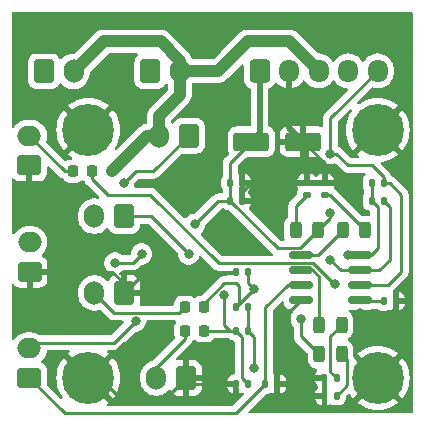
<source format=gbr>
%TF.GenerationSoftware,KiCad,Pcbnew,8.0.1*%
%TF.CreationDate,2024-04-14T22:55:27+02:00*%
%TF.ProjectId,printhead-pcb,7072696e-7468-4656-9164-2d7063622e6b,rev?*%
%TF.SameCoordinates,Original*%
%TF.FileFunction,Copper,L1,Top*%
%TF.FilePolarity,Positive*%
%FSLAX46Y46*%
G04 Gerber Fmt 4.6, Leading zero omitted, Abs format (unit mm)*
G04 Created by KiCad (PCBNEW 8.0.1) date 2024-04-14 22:55:27*
%MOMM*%
%LPD*%
G01*
G04 APERTURE LIST*
G04 Aperture macros list*
%AMRoundRect*
0 Rectangle with rounded corners*
0 $1 Rounding radius*
0 $2 $3 $4 $5 $6 $7 $8 $9 X,Y pos of 4 corners*
0 Add a 4 corners polygon primitive as box body*
4,1,4,$2,$3,$4,$5,$6,$7,$8,$9,$2,$3,0*
0 Add four circle primitives for the rounded corners*
1,1,$1+$1,$2,$3*
1,1,$1+$1,$4,$5*
1,1,$1+$1,$6,$7*
1,1,$1+$1,$8,$9*
0 Add four rect primitives between the rounded corners*
20,1,$1+$1,$2,$3,$4,$5,0*
20,1,$1+$1,$4,$5,$6,$7,0*
20,1,$1+$1,$6,$7,$8,$9,0*
20,1,$1+$1,$8,$9,$2,$3,0*%
G04 Aperture macros list end*
%TA.AperFunction,SMDPad,CuDef*%
%ADD10RoundRect,0.243750X-0.243750X-0.456250X0.243750X-0.456250X0.243750X0.456250X-0.243750X0.456250X0*%
%TD*%
%TA.AperFunction,ComponentPad*%
%ADD11RoundRect,0.250000X0.750000X-0.600000X0.750000X0.600000X-0.750000X0.600000X-0.750000X-0.600000X0*%
%TD*%
%TA.AperFunction,ComponentPad*%
%ADD12O,2.000000X1.700000*%
%TD*%
%TA.AperFunction,SMDPad,CuDef*%
%ADD13RoundRect,0.135000X-0.135000X-0.185000X0.135000X-0.185000X0.135000X0.185000X-0.135000X0.185000X0*%
%TD*%
%TA.AperFunction,ComponentPad*%
%ADD14C,2.600000*%
%TD*%
%TA.AperFunction,ConnectorPad*%
%ADD15C,4.400000*%
%TD*%
%TA.AperFunction,SMDPad,CuDef*%
%ADD16RoundRect,0.243750X0.243750X0.456250X-0.243750X0.456250X-0.243750X-0.456250X0.243750X-0.456250X0*%
%TD*%
%TA.AperFunction,SMDPad,CuDef*%
%ADD17RoundRect,0.250000X-1.250000X-0.550000X1.250000X-0.550000X1.250000X0.550000X-1.250000X0.550000X0*%
%TD*%
%TA.AperFunction,SMDPad,CuDef*%
%ADD18RoundRect,0.135000X0.135000X0.185000X-0.135000X0.185000X-0.135000X-0.185000X0.135000X-0.185000X0*%
%TD*%
%TA.AperFunction,ComponentPad*%
%ADD19RoundRect,0.250000X0.600000X0.750000X-0.600000X0.750000X-0.600000X-0.750000X0.600000X-0.750000X0*%
%TD*%
%TA.AperFunction,ComponentPad*%
%ADD20O,1.700000X2.000000*%
%TD*%
%TA.AperFunction,SMDPad,CuDef*%
%ADD21RoundRect,0.135000X0.185000X-0.135000X0.185000X0.135000X-0.185000X0.135000X-0.185000X-0.135000X0*%
%TD*%
%TA.AperFunction,SMDPad,CuDef*%
%ADD22RoundRect,0.218750X-0.218750X-0.256250X0.218750X-0.256250X0.218750X0.256250X-0.218750X0.256250X0*%
%TD*%
%TA.AperFunction,SMDPad,CuDef*%
%ADD23RoundRect,0.140000X0.140000X0.170000X-0.140000X0.170000X-0.140000X-0.170000X0.140000X-0.170000X0*%
%TD*%
%TA.AperFunction,ComponentPad*%
%ADD24RoundRect,0.250000X-0.600000X-0.750000X0.600000X-0.750000X0.600000X0.750000X-0.600000X0.750000X0*%
%TD*%
%TA.AperFunction,SMDPad,CuDef*%
%ADD25RoundRect,0.150000X-0.825000X-0.150000X0.825000X-0.150000X0.825000X0.150000X-0.825000X0.150000X0*%
%TD*%
%TA.AperFunction,ComponentPad*%
%ADD26RoundRect,0.250000X-0.600000X-0.725000X0.600000X-0.725000X0.600000X0.725000X-0.600000X0.725000X0*%
%TD*%
%TA.AperFunction,ComponentPad*%
%ADD27O,1.700000X1.950000*%
%TD*%
%TA.AperFunction,SMDPad,CuDef*%
%ADD28RoundRect,0.140000X-0.140000X-0.170000X0.140000X-0.170000X0.140000X0.170000X-0.140000X0.170000X0*%
%TD*%
%TA.AperFunction,ViaPad*%
%ADD29C,0.800000*%
%TD*%
%TA.AperFunction,Conductor*%
%ADD30C,0.250000*%
%TD*%
%TA.AperFunction,Conductor*%
%ADD31C,0.500000*%
%TD*%
%TA.AperFunction,Conductor*%
%ADD32C,1.000000*%
%TD*%
G04 APERTURE END LIST*
D10*
%TO.P,D1,1,K*%
%TO.N,Net-(D1-K)*%
X131062500Y-67500000D03*
%TO.P,D1,2,A*%
%TO.N,+3V3*%
X132937500Y-67500000D03*
%TD*%
D11*
%TO.P,J6,1,Pin_1*%
%TO.N,GND*%
X108500000Y-62000000D03*
D12*
%TO.P,J6,2,Pin_2*%
%TO.N,TC0*%
X108500000Y-59500000D03*
%TD*%
D13*
%TO.P,R14,1*%
%TO.N,GND*%
X133490000Y-81500000D03*
%TO.P,R14,2*%
%TO.N,Net-(D2-K)*%
X134510000Y-81500000D03*
%TD*%
D14*
%TO.P,H4,1,1*%
%TO.N,GND*%
X138000000Y-80000000D03*
D15*
X138000000Y-80000000D03*
%TD*%
D16*
%TO.P,D2,1,K*%
%TO.N,Net-(D2-K)*%
X134937500Y-78000000D03*
%TO.P,D2,2,A*%
%TO.N,Net-(D2-A)*%
X133062500Y-78000000D03*
%TD*%
D13*
%TO.P,R18,1*%
%TO.N,IO2*%
X128480000Y-80500000D03*
%TO.P,R18,2*%
%TO.N,GND*%
X129500000Y-80500000D03*
%TD*%
D17*
%TO.P,C2,1*%
%TO.N,+3V3*%
X127300000Y-60000000D03*
%TO.P,C2,2*%
%TO.N,GND*%
X131700000Y-60000000D03*
%TD*%
D18*
%TO.P,R16,1*%
%TO.N,AREF*%
X127010000Y-76000000D03*
%TO.P,R16,2*%
%TO.N,ADC3*%
X125990000Y-76000000D03*
%TD*%
D19*
%TO.P,J5,1,Pin_1*%
%TO.N,Net-(J5-Pin_1)*%
X116500000Y-66300000D03*
D20*
%TO.P,J5,2,Pin_2*%
%TO.N,+12V*%
X114000000Y-66300000D03*
%TD*%
D21*
%TO.P,R1,1*%
%TO.N,Net-(D1-K)*%
X132000000Y-64500000D03*
%TO.P,R1,2*%
%TO.N,GND*%
X132000000Y-63480000D03*
%TD*%
D22*
%TO.P,L1,1,1*%
%TO.N,TC0*%
X112212500Y-62500000D03*
%TO.P,L1,2,2*%
%TO.N,ADC0*%
X113787500Y-62500000D03*
%TD*%
D21*
%TO.P,R19,1*%
%TO.N,Net-(D3-K)*%
X133500000Y-64510000D03*
%TO.P,R19,2*%
%TO.N,GND*%
X133500000Y-63490000D03*
%TD*%
D23*
%TO.P,C10,1*%
%TO.N,ADC2*%
X126980000Y-71000000D03*
%TO.P,C10,2*%
%TO.N,GND*%
X126020000Y-71000000D03*
%TD*%
D18*
%TO.P,R20,1*%
%TO.N,Net-(D4-K)*%
X134510000Y-80000000D03*
%TO.P,R20,2*%
%TO.N,GND*%
X133490000Y-80000000D03*
%TD*%
D13*
%TO.P,R17,1*%
%TO.N,IO3*%
X138490000Y-73500000D03*
%TO.P,R17,2*%
%TO.N,GND*%
X139510000Y-73500000D03*
%TD*%
D22*
%TO.P,L4,1,1*%
%TO.N,TC3*%
X121712500Y-76000000D03*
%TO.P,L4,2,2*%
%TO.N,ADC3*%
X123287500Y-76000000D03*
%TD*%
D24*
%TO.P,J4,1,Pin_1*%
%TO.N,Net-(J4-Pin_1)*%
X118750000Y-54032500D03*
D20*
%TO.P,J4,2,Pin_2*%
%TO.N,+12V*%
X121250000Y-54032500D03*
%TD*%
D13*
%TO.P,R3,1*%
%TO.N,+3V3*%
X137490000Y-63500000D03*
%TO.P,R3,2*%
%TO.N,SCL*%
X138510000Y-63500000D03*
%TD*%
D18*
%TO.P,R15,1*%
%TO.N,AREF*%
X127010000Y-74000000D03*
%TO.P,R15,2*%
%TO.N,ADC2*%
X125990000Y-74000000D03*
%TD*%
D16*
%TO.P,D4,1,K*%
%TO.N,Net-(D4-K)*%
X134937500Y-75500000D03*
%TO.P,D4,2,A*%
%TO.N,IO1*%
X133062500Y-75500000D03*
%TD*%
%TO.P,D3,1,K*%
%TO.N,Net-(D3-K)*%
X136937500Y-67500000D03*
%TO.P,D3,2,A*%
%TO.N,IO0*%
X135062500Y-67500000D03*
%TD*%
D22*
%TO.P,L3,1,1*%
%TO.N,TC2*%
X121712500Y-74000000D03*
%TO.P,L3,2,2*%
%TO.N,ADC2*%
X123287500Y-74000000D03*
%TD*%
D14*
%TO.P,H2,1,1*%
%TO.N,GND*%
X113500000Y-80000000D03*
D15*
X113500000Y-80000000D03*
%TD*%
D25*
%TO.P,U4,1,IO0*%
%TO.N,IO0*%
X131525000Y-69595000D03*
%TO.P,U4,2,IO1*%
%TO.N,IO1*%
X131525000Y-70865000D03*
%TO.P,U4,3,IO2*%
%TO.N,IO2*%
X131525000Y-72135000D03*
%TO.P,U4,4,VSS*%
%TO.N,GND*%
X131525000Y-73405000D03*
%TO.P,U4,5,IO3*%
%TO.N,IO3*%
X136475000Y-73405000D03*
%TO.P,U4,6,SCL*%
%TO.N,SCL*%
X136475000Y-72135000D03*
%TO.P,U4,7,SDA*%
%TO.N,SDA*%
X136475000Y-70865000D03*
%TO.P,U4,8,VDD*%
%TO.N,+3V3*%
X136475000Y-69595000D03*
%TD*%
D26*
%TO.P,J1,1,Pin_1*%
%TO.N,+3V3*%
X128000000Y-54000000D03*
D27*
%TO.P,J1,2,Pin_2*%
%TO.N,GND*%
X130500000Y-54000000D03*
%TO.P,J1,3,Pin_3*%
%TO.N,+12V*%
X133000000Y-54000000D03*
%TO.P,J1,4,Pin_4*%
%TO.N,SDA*%
X135500000Y-54000000D03*
%TO.P,J1,5,Pin_5*%
%TO.N,SCL*%
X138000000Y-54000000D03*
%TD*%
D14*
%TO.P,H3,1,1*%
%TO.N,GND*%
X113500000Y-59000000D03*
D15*
X113500000Y-59000000D03*
%TD*%
D23*
%TO.P,C11,1*%
%TO.N,ADC3*%
X126980000Y-80500000D03*
%TO.P,C11,2*%
%TO.N,GND*%
X126020000Y-80500000D03*
%TD*%
D19*
%TO.P,J8,1,Pin_1*%
%TO.N,GND*%
X116500000Y-72800000D03*
D20*
%TO.P,J8,2,Pin_2*%
%TO.N,TC2*%
X114000000Y-72800000D03*
%TD*%
D28*
%TO.P,C6,1*%
%TO.N,+3V3*%
X125520000Y-65000000D03*
%TO.P,C6,2*%
%TO.N,GND*%
X126480000Y-65000000D03*
%TD*%
D24*
%TO.P,J2,1,Pin_1*%
%TO.N,Net-(J2-Pin_1)*%
X109750000Y-54032500D03*
D20*
%TO.P,J2,2,Pin_2*%
%TO.N,+12V*%
X112250000Y-54032500D03*
%TD*%
D11*
%TO.P,J10,1,Pin_1*%
%TO.N,IO2*%
X108500000Y-80000000D03*
D12*
%TO.P,J10,2,Pin_2*%
%TO.N,+3V3*%
X108500000Y-77500000D03*
%TD*%
D14*
%TO.P,H1,1,1*%
%TO.N,GND*%
X138000000Y-59000000D03*
D15*
X138000000Y-59000000D03*
%TD*%
D11*
%TO.P,J7,1,Pin_1*%
%TO.N,GND*%
X108532500Y-71000000D03*
D12*
%TO.P,J7,2,Pin_2*%
%TO.N,TC1*%
X108532500Y-68500000D03*
%TD*%
D19*
%TO.P,J9,1,Pin_1*%
%TO.N,GND*%
X121750000Y-80000000D03*
D20*
%TO.P,J9,2,Pin_2*%
%TO.N,TC3*%
X119250000Y-80000000D03*
%TD*%
D19*
%TO.P,J3,1,Pin_1*%
%TO.N,Net-(J3-Pin_1)*%
X122000000Y-59500000D03*
D20*
%TO.P,J3,2,Pin_2*%
%TO.N,+12V*%
X119500000Y-59500000D03*
%TD*%
D28*
%TO.P,C8,1*%
%TO.N,+3V3*%
X125520000Y-63500000D03*
%TO.P,C8,2*%
%TO.N,GND*%
X126480000Y-63500000D03*
%TD*%
D13*
%TO.P,R2,1*%
%TO.N,+3V3*%
X137490000Y-65000000D03*
%TO.P,R2,2*%
%TO.N,SDA*%
X138510000Y-65000000D03*
%TD*%
D29*
%TO.N,GND*%
X129500000Y-66000000D03*
X136500000Y-74500000D03*
X111500000Y-69000000D03*
X125000000Y-69000000D03*
X109000000Y-73500000D03*
X129020000Y-61720000D03*
X118500000Y-77000000D03*
X124000000Y-81500000D03*
X117000000Y-80000000D03*
X124500000Y-56000000D03*
X109000000Y-57000000D03*
%TO.N,AREF*%
X127500000Y-79175000D03*
%TO.N,ADC0*%
X134422105Y-72077896D03*
%TO.N,ADC2*%
X127500000Y-72500000D03*
%TO.N,ADC3*%
X125000000Y-73000000D03*
%TO.N,SDA*%
X134000000Y-70000000D03*
%TO.N,SCL*%
X134000000Y-61000000D03*
%TO.N,+3V3*%
X135500000Y-69595000D03*
X117500000Y-75175000D03*
X122500000Y-67000000D03*
X134000000Y-66000000D03*
X115750000Y-70250000D03*
X118000000Y-69500000D03*
%TO.N,Net-(D2-A)*%
X131500000Y-75000000D03*
%TO.N,Net-(J3-Pin_1)*%
X116500000Y-63500000D03*
%TO.N,+12V*%
X115500000Y-62500000D03*
%TO.N,Net-(J5-Pin_1)*%
X122000000Y-69500000D03*
%TD*%
D30*
%TO.N,GND*%
X115500000Y-71000000D02*
X108532500Y-71000000D01*
X136500000Y-74500000D02*
X139010000Y-74500000D01*
X122250000Y-80500000D02*
X121750000Y-80000000D01*
X132000000Y-60300000D02*
X131700000Y-60000000D01*
X119750000Y-82000000D02*
X121750000Y-80000000D01*
D31*
X130500000Y-58800000D02*
X130500000Y-54000000D01*
X131700000Y-60000000D02*
X130500000Y-58800000D01*
D30*
X131490000Y-79500000D02*
X130500000Y-78510000D01*
X132490000Y-81500000D02*
X133490000Y-81500000D01*
X130500000Y-78510000D02*
X130500000Y-74430000D01*
X126480000Y-64260000D02*
X129020000Y-61720000D01*
X139510000Y-74000000D02*
X139510000Y-73500000D01*
X122230000Y-80480000D02*
X121750000Y-80000000D01*
X131490000Y-80500000D02*
X132490000Y-81500000D01*
X126480000Y-65000000D02*
X126480000Y-64260000D01*
X118300000Y-71000000D02*
X116500000Y-72800000D01*
X129500000Y-80500000D02*
X131490000Y-80500000D01*
X133490000Y-81500000D02*
X133490000Y-80000000D01*
X118500000Y-77000000D02*
X116500000Y-77000000D01*
X116500000Y-82000000D02*
X119750000Y-82000000D01*
X116500000Y-77000000D02*
X113500000Y-80000000D01*
X130500000Y-74430000D02*
X131525000Y-73405000D01*
X114500000Y-80000000D02*
X116500000Y-82000000D01*
X133500000Y-61800000D02*
X131700000Y-60000000D01*
X126480000Y-65000000D02*
X126480000Y-63500000D01*
X126000000Y-80480000D02*
X122230000Y-80480000D01*
X118300000Y-71000000D02*
X126020000Y-71000000D01*
X116500000Y-72000000D02*
X115500000Y-71000000D01*
X131490000Y-80500000D02*
X131490000Y-79500000D01*
X132000000Y-63480000D02*
X132000000Y-60300000D01*
X133500000Y-63490000D02*
X133500000Y-61800000D01*
X113500000Y-80000000D02*
X114500000Y-80000000D01*
X116500000Y-72800000D02*
X116500000Y-72000000D01*
X139010000Y-74500000D02*
X139510000Y-74000000D01*
%TO.N,AREF*%
X127500000Y-79175000D02*
X127500000Y-76490000D01*
X127010000Y-76000000D02*
X127010000Y-74000000D01*
X127500000Y-76490000D02*
X127010000Y-76000000D01*
%TO.N,ADC0*%
X124540000Y-70290000D02*
X118750000Y-64500000D01*
X113787500Y-63143750D02*
X113787500Y-62500000D01*
X115143750Y-64500000D02*
X113787500Y-63143750D01*
X134422105Y-72077896D02*
X134318092Y-72077896D01*
X134318092Y-72077896D02*
X132530196Y-70290000D01*
X132530196Y-70290000D02*
X124540000Y-70290000D01*
X118750000Y-64500000D02*
X115143750Y-64500000D01*
%TO.N,ADC2*%
X127500000Y-72500000D02*
X127490000Y-72500000D01*
X125000000Y-72000000D02*
X123287500Y-73712500D01*
X126245000Y-73745000D02*
X126245000Y-72245000D01*
X127490000Y-72500000D02*
X125990000Y-74000000D01*
X126245000Y-72245000D02*
X126000000Y-72000000D01*
X126980000Y-71000000D02*
X126980000Y-71990000D01*
X126980000Y-71990000D02*
X127490000Y-72500000D01*
X126000000Y-72000000D02*
X125000000Y-72000000D01*
X125990000Y-74000000D02*
X126245000Y-73745000D01*
X123287500Y-73712500D02*
X123287500Y-74000000D01*
%TO.N,ADC3*%
X125500000Y-76000000D02*
X125990000Y-76000000D01*
X125000000Y-73000000D02*
X125000000Y-75500000D01*
X126500000Y-76510000D02*
X125990000Y-76000000D01*
X126980000Y-80500000D02*
X126500000Y-80020000D01*
X126500000Y-80020000D02*
X126500000Y-76510000D01*
X125000000Y-75500000D02*
X125500000Y-76000000D01*
X123287500Y-76000000D02*
X125500000Y-76000000D01*
%TO.N,SDA*%
X134865000Y-70865000D02*
X136475000Y-70865000D01*
X134000000Y-70000000D02*
X134865000Y-70865000D01*
X136475000Y-70865000D02*
X138145000Y-70865000D01*
X139000000Y-70010000D02*
X139000000Y-65490000D01*
X138145000Y-70865000D02*
X139000000Y-70010000D01*
X139000000Y-65490000D02*
X138510000Y-65000000D01*
%TO.N,SCL*%
X138510000Y-63007500D02*
X137502500Y-62000000D01*
X135500000Y-62000000D02*
X134500000Y-61000000D01*
X138510000Y-63500000D02*
X139000000Y-63500000D01*
X140000000Y-64500000D02*
X140000000Y-71000000D01*
X134000000Y-58000000D02*
X138000000Y-54000000D01*
X138865000Y-72135000D02*
X136475000Y-72135000D01*
X140000000Y-71000000D02*
X138865000Y-72135000D01*
X134000000Y-61000000D02*
X134000000Y-58000000D01*
X137502500Y-62000000D02*
X135500000Y-62000000D01*
X138510000Y-63500000D02*
X138510000Y-63007500D01*
X134500000Y-61000000D02*
X134000000Y-61000000D01*
X139000000Y-63500000D02*
X140000000Y-64500000D01*
%TO.N,+3V3*%
X134000000Y-66437500D02*
X132937500Y-67500000D01*
X131437500Y-69000000D02*
X129520000Y-69000000D01*
X137405000Y-69595000D02*
X138000000Y-69000000D01*
X137490000Y-65000000D02*
X137490000Y-63500000D01*
X122500000Y-67000000D02*
X124500000Y-65000000D01*
X117250000Y-70250000D02*
X118000000Y-69500000D01*
X109000000Y-77000000D02*
X108500000Y-77500000D01*
X124500000Y-65000000D02*
X125520000Y-65000000D01*
D31*
X128000000Y-54000000D02*
X128000000Y-59300000D01*
D30*
X125520000Y-65000000D02*
X125520000Y-63500000D01*
X135500000Y-69595000D02*
X136475000Y-69595000D01*
X125520000Y-61780000D02*
X127300000Y-60000000D01*
X125520000Y-63500000D02*
X125520000Y-61780000D01*
X129520000Y-69000000D02*
X125520000Y-65000000D01*
X132937500Y-67500000D02*
X131437500Y-69000000D01*
X138000000Y-69000000D02*
X138000000Y-65510000D01*
X117500000Y-75175000D02*
X115675000Y-77000000D01*
X115750000Y-70250000D02*
X117250000Y-70250000D01*
X136475000Y-69595000D02*
X137405000Y-69595000D01*
D31*
X128000000Y-59300000D02*
X127300000Y-60000000D01*
D30*
X115675000Y-77000000D02*
X109000000Y-77000000D01*
X134000000Y-66000000D02*
X134000000Y-66437500D01*
X138000000Y-65510000D02*
X137490000Y-65000000D01*
%TO.N,Net-(D2-A)*%
X133062500Y-78000000D02*
X131500000Y-76437500D01*
X131500000Y-76437500D02*
X131500000Y-75000000D01*
%TO.N,Net-(J3-Pin_1)*%
X116500000Y-63500000D02*
X117500000Y-62500000D01*
X119000000Y-62500000D02*
X122000000Y-59500000D01*
X117500000Y-62500000D02*
X119000000Y-62500000D01*
%TO.N,Net-(D2-K)*%
X135423798Y-78486298D02*
X134937500Y-78000000D01*
X134510000Y-81500000D02*
X135423798Y-80586202D01*
X135423798Y-80586202D02*
X135423798Y-78486298D01*
D32*
%TO.N,+12V*%
X124500000Y-54000000D02*
X121282500Y-54000000D01*
X118500000Y-59500000D02*
X119500000Y-59500000D01*
X121250000Y-54032500D02*
X121250000Y-53132500D01*
X121282500Y-54000000D02*
X121250000Y-54032500D01*
X114782500Y-51500000D02*
X112250000Y-54032500D01*
X133000000Y-54000000D02*
X130500000Y-51500000D01*
X127000000Y-51500000D02*
X125362780Y-53137220D01*
X119500000Y-57782500D02*
X119500000Y-59500000D01*
X125362780Y-53137220D02*
X124500000Y-54000000D01*
X115500000Y-62500000D02*
X118500000Y-59500000D01*
X121250000Y-54032500D02*
X121250000Y-56032500D01*
X121250000Y-53132500D02*
X119617500Y-51500000D01*
X119617500Y-51500000D02*
X114782500Y-51500000D01*
X130500000Y-51500000D02*
X127000000Y-51500000D01*
X121250000Y-56032500D02*
X119500000Y-57782500D01*
D30*
%TO.N,TC0*%
X111500000Y-62500000D02*
X112212500Y-62500000D01*
X108500000Y-59500000D02*
X111500000Y-62500000D01*
%TO.N,TC2*%
X115700000Y-74500000D02*
X121212500Y-74500000D01*
X114000000Y-72800000D02*
X115700000Y-74500000D01*
X121212500Y-74500000D02*
X121712500Y-74000000D01*
%TO.N,TC3*%
X121712500Y-76662500D02*
X119250000Y-79125000D01*
X119250000Y-79125000D02*
X119250000Y-80000000D01*
X121712500Y-76000000D02*
X121712500Y-76662500D01*
%TO.N,IO0*%
X132967500Y-69595000D02*
X131525000Y-69595000D01*
X135062500Y-67500000D02*
X132967500Y-69595000D01*
%TO.N,Net-(J5-Pin_1)*%
X118800000Y-66300000D02*
X116500000Y-66300000D01*
X122000000Y-69500000D02*
X118800000Y-66300000D01*
%TO.N,Net-(D3-K)*%
X136937500Y-67500000D02*
X133947500Y-64510000D01*
X133947500Y-64510000D02*
X133500000Y-64510000D01*
%TO.N,Net-(D4-K)*%
X134000000Y-76437500D02*
X134937500Y-75500000D01*
X134510000Y-80000000D02*
X134000000Y-79490000D01*
X134000000Y-79490000D02*
X134000000Y-76437500D01*
%TO.N,IO1*%
X133062500Y-71427501D02*
X132499999Y-70865000D01*
X133062500Y-75500000D02*
X133062500Y-71427501D01*
X132499999Y-70865000D02*
X131525000Y-70865000D01*
%TO.N,IO2*%
X130365000Y-72135000D02*
X131525000Y-72135000D01*
X111500000Y-83000000D02*
X125980000Y-83000000D01*
X128480000Y-74020000D02*
X130365000Y-72135000D01*
X108500000Y-80000000D02*
X111500000Y-83000000D01*
X128480000Y-80500000D02*
X128480000Y-74020000D01*
X125980000Y-83000000D02*
X128480000Y-80500000D01*
%TO.N,IO3*%
X136570000Y-73500000D02*
X136475000Y-73405000D01*
X138490000Y-73500000D02*
X136570000Y-73500000D01*
%TO.N,Net-(D1-K)*%
X131062500Y-65437500D02*
X132000000Y-64500000D01*
X131062500Y-67500000D02*
X131062500Y-65437500D01*
%TD*%
%TA.AperFunction,Conductor*%
%TO.N,GND*%
G36*
X140943039Y-49019685D02*
G01*
X140988794Y-49072489D01*
X141000000Y-49124000D01*
X141000000Y-82876000D01*
X140980315Y-82943039D01*
X140927511Y-82988794D01*
X140876000Y-83000000D01*
X127163951Y-83000000D01*
X127096912Y-82980315D01*
X127051157Y-82927511D01*
X127041213Y-82858353D01*
X127070238Y-82794797D01*
X127076270Y-82788319D01*
X128114589Y-81750000D01*
X132720069Y-81750000D01*
X132722832Y-81785122D01*
X132722833Y-81785128D01*
X132767592Y-81939188D01*
X132767593Y-81939191D01*
X132849261Y-82077285D01*
X132849268Y-82077294D01*
X132962705Y-82190731D01*
X132962714Y-82190738D01*
X133100805Y-82272404D01*
X133240000Y-82312844D01*
X133240000Y-81750000D01*
X132720069Y-81750000D01*
X128114589Y-81750000D01*
X128507771Y-81356818D01*
X128569094Y-81323333D01*
X128595452Y-81320499D01*
X128679168Y-81320499D01*
X128679180Y-81320499D01*
X128715204Y-81317665D01*
X128869393Y-81272869D01*
X128927369Y-81238581D01*
X128995093Y-81221398D01*
X129053612Y-81238581D01*
X129110805Y-81272404D01*
X129250000Y-81312844D01*
X129250000Y-80760408D01*
X129250382Y-80750679D01*
X129250435Y-80750000D01*
X129750000Y-80750000D01*
X129750000Y-81312843D01*
X129889194Y-81272404D01*
X130027285Y-81190738D01*
X130027294Y-81190731D01*
X130140731Y-81077294D01*
X130140738Y-81077285D01*
X130222406Y-80939191D01*
X130222407Y-80939188D01*
X130267166Y-80785128D01*
X130267167Y-80785122D01*
X130269931Y-80750000D01*
X129750000Y-80750000D01*
X129250435Y-80750000D01*
X129250500Y-80749181D01*
X129250499Y-80250820D01*
X129250434Y-80250000D01*
X129750000Y-80250000D01*
X130269931Y-80250000D01*
X132720069Y-80250000D01*
X132722832Y-80285122D01*
X132722833Y-80285128D01*
X132767592Y-80439188D01*
X132767593Y-80439191D01*
X132849261Y-80577285D01*
X132849268Y-80577294D01*
X132934293Y-80662319D01*
X132967778Y-80723642D01*
X132962794Y-80793334D01*
X132934293Y-80837681D01*
X132849268Y-80922705D01*
X132849261Y-80922714D01*
X132767593Y-81060808D01*
X132767592Y-81060811D01*
X132722833Y-81214871D01*
X132722832Y-81214877D01*
X132720069Y-81250000D01*
X133240000Y-81250000D01*
X133240000Y-80250000D01*
X132720069Y-80250000D01*
X130269931Y-80250000D01*
X130267167Y-80214877D01*
X130267166Y-80214871D01*
X130222407Y-80060811D01*
X130222406Y-80060808D01*
X130140738Y-79922714D01*
X130140731Y-79922705D01*
X130027294Y-79809268D01*
X130027285Y-79809261D01*
X129889191Y-79727593D01*
X129889188Y-79727591D01*
X129750001Y-79687153D01*
X129750000Y-79687154D01*
X129750000Y-80250000D01*
X129250434Y-80250000D01*
X129250382Y-80249332D01*
X129250000Y-80239607D01*
X129250000Y-79687154D01*
X129244469Y-79683002D01*
X129194225Y-79682859D01*
X129135555Y-79644917D01*
X129106712Y-79581278D01*
X129105500Y-79563982D01*
X129105500Y-74330452D01*
X129125185Y-74263413D01*
X129141819Y-74242771D01*
X129457138Y-73927452D01*
X129838936Y-73545653D01*
X129900257Y-73512170D01*
X129969948Y-73517154D01*
X130025882Y-73559025D01*
X130050233Y-73623606D01*
X130052899Y-73657490D01*
X130052900Y-73657495D01*
X130098716Y-73815193D01*
X130098717Y-73815196D01*
X130182314Y-73956552D01*
X130182321Y-73956561D01*
X130298438Y-74072678D01*
X130298447Y-74072685D01*
X130439803Y-74156282D01*
X130439806Y-74156283D01*
X130597504Y-74202099D01*
X130597510Y-74202100D01*
X130634350Y-74204999D01*
X130634366Y-74205000D01*
X130725571Y-74205000D01*
X130792610Y-74224685D01*
X130838365Y-74277489D01*
X130848309Y-74346647D01*
X130819284Y-74410203D01*
X130817792Y-74411891D01*
X130767467Y-74467784D01*
X130767465Y-74467785D01*
X130767464Y-74467788D01*
X130672821Y-74631715D01*
X130672818Y-74631722D01*
X130614327Y-74811740D01*
X130614326Y-74811744D01*
X130594540Y-75000000D01*
X130614326Y-75188256D01*
X130614327Y-75188259D01*
X130672818Y-75368277D01*
X130672821Y-75368284D01*
X130767467Y-75532216D01*
X130777433Y-75543284D01*
X130842650Y-75615715D01*
X130872880Y-75678706D01*
X130874500Y-75698687D01*
X130874500Y-76499109D01*
X130897227Y-76613367D01*
X130898537Y-76619953D01*
X130945685Y-76733780D01*
X130945686Y-76733782D01*
X130945688Y-76733786D01*
X130955867Y-76749020D01*
X130971801Y-76772867D01*
X130971803Y-76772869D01*
X131014140Y-76836231D01*
X131014141Y-76836232D01*
X131014142Y-76836233D01*
X131101267Y-76923358D01*
X131101268Y-76923358D01*
X131108335Y-76930425D01*
X131108334Y-76930425D01*
X131108338Y-76930428D01*
X132038181Y-77860271D01*
X132071666Y-77921594D01*
X132074500Y-77947952D01*
X132074500Y-78505855D01*
X132084913Y-78607776D01*
X132139637Y-78772922D01*
X132139642Y-78772933D01*
X132230971Y-78920999D01*
X132230974Y-78921003D01*
X132353996Y-79044025D01*
X132354000Y-79044028D01*
X132502066Y-79135357D01*
X132502069Y-79135358D01*
X132502075Y-79135362D01*
X132667225Y-79190087D01*
X132769152Y-79200500D01*
X132769157Y-79200500D01*
X132772112Y-79200500D01*
X132839151Y-79220185D01*
X132884906Y-79272989D01*
X132894850Y-79342147D01*
X132865825Y-79405703D01*
X132859793Y-79412181D01*
X132849268Y-79422705D01*
X132849261Y-79422714D01*
X132767593Y-79560808D01*
X132767592Y-79560811D01*
X132722833Y-79714871D01*
X132722832Y-79714877D01*
X132720069Y-79750000D01*
X133355163Y-79750000D01*
X133422202Y-79769685D01*
X133458265Y-79805109D01*
X133478095Y-79834786D01*
X133478098Y-79834790D01*
X133514141Y-79888732D01*
X133514144Y-79888736D01*
X133605586Y-79980178D01*
X133605608Y-79980198D01*
X133703181Y-80077771D01*
X133736666Y-80139094D01*
X133739500Y-80165451D01*
X133739500Y-80249170D01*
X133739501Y-80249180D01*
X133739565Y-80249999D01*
X133739618Y-80250663D01*
X133740000Y-80260393D01*
X133740000Y-81239591D01*
X133739618Y-81249316D01*
X133739500Y-81250803D01*
X133739500Y-81749170D01*
X133739501Y-81749182D01*
X133739618Y-81750663D01*
X133740000Y-81760393D01*
X133740000Y-82312844D01*
X133879194Y-82272405D01*
X133879196Y-82272404D01*
X133936386Y-82238582D01*
X134004109Y-82221398D01*
X134062629Y-82238581D01*
X134120607Y-82272869D01*
X134161268Y-82284682D01*
X134274791Y-82317664D01*
X134274794Y-82317664D01*
X134274796Y-82317665D01*
X134310819Y-82320500D01*
X134709180Y-82320499D01*
X134745204Y-82317665D01*
X134899393Y-82272869D01*
X135037598Y-82191135D01*
X135151135Y-82077598D01*
X135232869Y-81939393D01*
X135277665Y-81785204D01*
X135280500Y-81749181D01*
X135280499Y-81665450D01*
X135300183Y-81598413D01*
X135316813Y-81577775D01*
X135505284Y-81389304D01*
X135566604Y-81355822D01*
X135636296Y-81360806D01*
X135692229Y-81402678D01*
X135699079Y-81412838D01*
X135773881Y-81536576D01*
X135921476Y-81724968D01*
X137063708Y-80582735D01*
X137160967Y-80716602D01*
X137283398Y-80839033D01*
X137417262Y-80936290D01*
X136275030Y-82078522D01*
X136275030Y-82078523D01*
X136463423Y-82226118D01*
X136742956Y-82395101D01*
X136742958Y-82395102D01*
X137040824Y-82529160D01*
X137040835Y-82529164D01*
X137352658Y-82626332D01*
X137673961Y-82685213D01*
X138000000Y-82704934D01*
X138326038Y-82685213D01*
X138647341Y-82626332D01*
X138959164Y-82529164D01*
X138959175Y-82529160D01*
X139257041Y-82395102D01*
X139257043Y-82395101D01*
X139536586Y-82226112D01*
X139724968Y-82078523D01*
X139724968Y-82078522D01*
X138582737Y-80936290D01*
X138716602Y-80839033D01*
X138839033Y-80716602D01*
X138936290Y-80582737D01*
X140078522Y-81724968D01*
X140078523Y-81724968D01*
X140226112Y-81536586D01*
X140395101Y-81257043D01*
X140395102Y-81257041D01*
X140529160Y-80959175D01*
X140529164Y-80959164D01*
X140626332Y-80647341D01*
X140685213Y-80326038D01*
X140704934Y-80000000D01*
X140685213Y-79673961D01*
X140626332Y-79352658D01*
X140529164Y-79040835D01*
X140529160Y-79040824D01*
X140395102Y-78742958D01*
X140395101Y-78742956D01*
X140226118Y-78463423D01*
X140078522Y-78275030D01*
X138936290Y-79417262D01*
X138839033Y-79283398D01*
X138716602Y-79160967D01*
X138582736Y-79063709D01*
X139724968Y-77921476D01*
X139536576Y-77773881D01*
X139257043Y-77604898D01*
X139257041Y-77604897D01*
X138959175Y-77470839D01*
X138959164Y-77470835D01*
X138647341Y-77373667D01*
X138326038Y-77314786D01*
X138000000Y-77295065D01*
X137673961Y-77314786D01*
X137352658Y-77373667D01*
X137040835Y-77470835D01*
X137040824Y-77470839D01*
X136742958Y-77604897D01*
X136742956Y-77604898D01*
X136463422Y-77773881D01*
X136463416Y-77773886D01*
X136275030Y-77921474D01*
X136275029Y-77921476D01*
X137417262Y-79063709D01*
X137283398Y-79160967D01*
X137160967Y-79283398D01*
X137063709Y-79417263D01*
X136070473Y-78424027D01*
X136036988Y-78362704D01*
X136036549Y-78360602D01*
X136025261Y-78303847D01*
X136022131Y-78296291D01*
X136022130Y-78296284D01*
X136022129Y-78296285D01*
X135978112Y-78190018D01*
X135978105Y-78190005D01*
X135946398Y-78142552D01*
X135925520Y-78075874D01*
X135925500Y-78073661D01*
X135925500Y-77494157D01*
X135925499Y-77494144D01*
X135915087Y-77392225D01*
X135860362Y-77227075D01*
X135860358Y-77227069D01*
X135860357Y-77227066D01*
X135769028Y-77079000D01*
X135769025Y-77078996D01*
X135646003Y-76955974D01*
X135645999Y-76955971D01*
X135497930Y-76864641D01*
X135497929Y-76864640D01*
X135497925Y-76864638D01*
X135497920Y-76864636D01*
X135493090Y-76862384D01*
X135440649Y-76816213D01*
X135421495Y-76749020D01*
X135441708Y-76682138D01*
X135493090Y-76637616D01*
X135497912Y-76635366D01*
X135497925Y-76635362D01*
X135646003Y-76544026D01*
X135769026Y-76421003D01*
X135860362Y-76272925D01*
X135915087Y-76107775D01*
X135925500Y-76005848D01*
X135925500Y-74994152D01*
X135915087Y-74892225D01*
X135860362Y-74727075D01*
X135860358Y-74727069D01*
X135860357Y-74727066D01*
X135769028Y-74579000D01*
X135769025Y-74578996D01*
X135646004Y-74455975D01*
X135646003Y-74455974D01*
X135612059Y-74435037D01*
X135565337Y-74383091D01*
X135554114Y-74314128D01*
X135581958Y-74250046D01*
X135640026Y-74211190D01*
X135677158Y-74205500D01*
X137365686Y-74205500D01*
X137365694Y-74205500D01*
X137402569Y-74202598D01*
X137402571Y-74202597D01*
X137402573Y-74202597D01*
X137444191Y-74190505D01*
X137560398Y-74156744D01*
X137584030Y-74142767D01*
X137647151Y-74125500D01*
X137845404Y-74125500D01*
X137912443Y-74145185D01*
X137933085Y-74161819D01*
X137962396Y-74191130D01*
X137962400Y-74191133D01*
X137962402Y-74191135D01*
X138100607Y-74272869D01*
X138122020Y-74279090D01*
X138254791Y-74317664D01*
X138254794Y-74317664D01*
X138254796Y-74317665D01*
X138290819Y-74320500D01*
X138689180Y-74320499D01*
X138725204Y-74317665D01*
X138879393Y-74272869D01*
X138937369Y-74238581D01*
X139005093Y-74221398D01*
X139063612Y-74238581D01*
X139120805Y-74272404D01*
X139260000Y-74312844D01*
X139260000Y-73760408D01*
X139260382Y-73750679D01*
X139260396Y-73750500D01*
X139260435Y-73750000D01*
X139760000Y-73750000D01*
X139760000Y-74312843D01*
X139899194Y-74272404D01*
X140037285Y-74190738D01*
X140037294Y-74190731D01*
X140150731Y-74077294D01*
X140150738Y-74077285D01*
X140232406Y-73939191D01*
X140232407Y-73939188D01*
X140277166Y-73785128D01*
X140277167Y-73785122D01*
X140279931Y-73750000D01*
X139760000Y-73750000D01*
X139260435Y-73750000D01*
X139260500Y-73749181D01*
X139260499Y-73250820D01*
X139260434Y-73250000D01*
X139760000Y-73250000D01*
X140279931Y-73250000D01*
X140277167Y-73214877D01*
X140277166Y-73214871D01*
X140232407Y-73060811D01*
X140232406Y-73060808D01*
X140150738Y-72922714D01*
X140150731Y-72922705D01*
X140037294Y-72809268D01*
X140037285Y-72809261D01*
X139899191Y-72727593D01*
X139899188Y-72727591D01*
X139760001Y-72687153D01*
X139760000Y-72687154D01*
X139760000Y-73250000D01*
X139260434Y-73250000D01*
X139260382Y-73249332D01*
X139260000Y-73239607D01*
X139260000Y-72675953D01*
X139279685Y-72608914D01*
X139296319Y-72588272D01*
X139350858Y-72533733D01*
X139350858Y-72533731D01*
X139361062Y-72523528D01*
X139361065Y-72523523D01*
X140485857Y-71398734D01*
X140486052Y-71398443D01*
X140554311Y-71296286D01*
X140601463Y-71182452D01*
X140625500Y-71061606D01*
X140625500Y-64567741D01*
X140625501Y-64567720D01*
X140625501Y-64438391D01*
X140625500Y-64438389D01*
X140601465Y-64317558D01*
X140601463Y-64317551D01*
X140601463Y-64317549D01*
X140598675Y-64310819D01*
X140584401Y-64276358D01*
X140578659Y-64262494D01*
X140554314Y-64203719D01*
X140554313Y-64203717D01*
X140485858Y-64101266D01*
X140485855Y-64101263D01*
X139492928Y-63108338D01*
X139492925Y-63108334D01*
X139492925Y-63108335D01*
X139485858Y-63101268D01*
X139485858Y-63101267D01*
X139398733Y-63014142D01*
X139398732Y-63014141D01*
X139398731Y-63014140D01*
X139338528Y-62973914D01*
X139314403Y-62957794D01*
X139296286Y-62945688D01*
X139215792Y-62912347D01*
X139215790Y-62912345D01*
X139180941Y-62897911D01*
X139126537Y-62854070D01*
X139115035Y-62830165D01*
X139113795Y-62830679D01*
X139104759Y-62808865D01*
X139069124Y-62722834D01*
X139064312Y-62711216D01*
X139064307Y-62711207D01*
X138995858Y-62608767D01*
X138995855Y-62608763D01*
X138905637Y-62518545D01*
X138905606Y-62518516D01*
X138278663Y-61891573D01*
X138245178Y-61830250D01*
X138250162Y-61760558D01*
X138292034Y-61704625D01*
X138343993Y-61681923D01*
X138647339Y-61626333D01*
X138959164Y-61529164D01*
X138959175Y-61529160D01*
X139257041Y-61395102D01*
X139257043Y-61395101D01*
X139536586Y-61226112D01*
X139724968Y-61078523D01*
X139724968Y-61078522D01*
X138582737Y-59936290D01*
X138716602Y-59839033D01*
X138839033Y-59716602D01*
X138936290Y-59582737D01*
X140078522Y-60724968D01*
X140078523Y-60724968D01*
X140226112Y-60536586D01*
X140395101Y-60257043D01*
X140395102Y-60257041D01*
X140529160Y-59959175D01*
X140529164Y-59959164D01*
X140626332Y-59647341D01*
X140685213Y-59326038D01*
X140704934Y-59000000D01*
X140685213Y-58673961D01*
X140626332Y-58352658D01*
X140529164Y-58040835D01*
X140529160Y-58040824D01*
X140395102Y-57742958D01*
X140395101Y-57742956D01*
X140226118Y-57463423D01*
X140078522Y-57275030D01*
X138936290Y-58417262D01*
X138839033Y-58283398D01*
X138716602Y-58160967D01*
X138582736Y-58063709D01*
X139724968Y-56921476D01*
X139536576Y-56773881D01*
X139257043Y-56604898D01*
X139257041Y-56604897D01*
X138959175Y-56470839D01*
X138959164Y-56470835D01*
X138647341Y-56373667D01*
X138326038Y-56314786D01*
X138000000Y-56295065D01*
X137673961Y-56314786D01*
X137352658Y-56373667D01*
X137040835Y-56470835D01*
X137040824Y-56470839D01*
X136742958Y-56604897D01*
X136742956Y-56604898D01*
X136463411Y-56773889D01*
X136448326Y-56785707D01*
X136383413Y-56811553D01*
X136314831Y-56798202D01*
X136264354Y-56749892D01*
X136248009Y-56681961D01*
X136270984Y-56615977D01*
X136284168Y-56600421D01*
X137447817Y-55436771D01*
X137509138Y-55403288D01*
X137573813Y-55406522D01*
X137683757Y-55442246D01*
X137893713Y-55475500D01*
X137893714Y-55475500D01*
X138106286Y-55475500D01*
X138106287Y-55475500D01*
X138316243Y-55442246D01*
X138518412Y-55376557D01*
X138707816Y-55280051D01*
X138729789Y-55264086D01*
X138879786Y-55155109D01*
X138879788Y-55155106D01*
X138879792Y-55155104D01*
X139030104Y-55004792D01*
X139030106Y-55004788D01*
X139030109Y-55004786D01*
X139155048Y-54832820D01*
X139155047Y-54832820D01*
X139155051Y-54832816D01*
X139251557Y-54643412D01*
X139317246Y-54441243D01*
X139350500Y-54231287D01*
X139350500Y-53768713D01*
X139317246Y-53558757D01*
X139251557Y-53356588D01*
X139155051Y-53167184D01*
X139155049Y-53167181D01*
X139155048Y-53167179D01*
X139030109Y-52995213D01*
X138879786Y-52844890D01*
X138707820Y-52719951D01*
X138518414Y-52623444D01*
X138518413Y-52623443D01*
X138518412Y-52623443D01*
X138316243Y-52557754D01*
X138316241Y-52557753D01*
X138316240Y-52557753D01*
X138153640Y-52532000D01*
X138106287Y-52524500D01*
X137893713Y-52524500D01*
X137846360Y-52532000D01*
X137683760Y-52557753D01*
X137481585Y-52623444D01*
X137292179Y-52719951D01*
X137120213Y-52844890D01*
X136969894Y-52995209D01*
X136969890Y-52995214D01*
X136850318Y-53159793D01*
X136794989Y-53202459D01*
X136725375Y-53208438D01*
X136663580Y-53175833D01*
X136649682Y-53159793D01*
X136530109Y-52995214D01*
X136530105Y-52995209D01*
X136379786Y-52844890D01*
X136207820Y-52719951D01*
X136018414Y-52623444D01*
X136018413Y-52623443D01*
X136018412Y-52623443D01*
X135816243Y-52557754D01*
X135816241Y-52557753D01*
X135816240Y-52557753D01*
X135653640Y-52532000D01*
X135606287Y-52524500D01*
X135393713Y-52524500D01*
X135346360Y-52532000D01*
X135183760Y-52557753D01*
X134981585Y-52623444D01*
X134792179Y-52719951D01*
X134620213Y-52844890D01*
X134469894Y-52995209D01*
X134469890Y-52995214D01*
X134350318Y-53159793D01*
X134294989Y-53202459D01*
X134225375Y-53208438D01*
X134163580Y-53175833D01*
X134149682Y-53159793D01*
X134030109Y-52995214D01*
X134030105Y-52995209D01*
X133879786Y-52844890D01*
X133707820Y-52719951D01*
X133518414Y-52623444D01*
X133518413Y-52623443D01*
X133518412Y-52623443D01*
X133316243Y-52557754D01*
X133316241Y-52557753D01*
X133316240Y-52557753D01*
X133153640Y-52532000D01*
X133106287Y-52524500D01*
X133106286Y-52524500D01*
X132990782Y-52524500D01*
X132923743Y-52504815D01*
X132903101Y-52488181D01*
X131281479Y-50866559D01*
X131281459Y-50866537D01*
X131137785Y-50722863D01*
X131137781Y-50722860D01*
X130973920Y-50613371D01*
X130973911Y-50613366D01*
X130901315Y-50583296D01*
X130845165Y-50560038D01*
X130791836Y-50537949D01*
X130791832Y-50537948D01*
X130791828Y-50537946D01*
X130695188Y-50518724D01*
X130598544Y-50499500D01*
X130598541Y-50499500D01*
X126901459Y-50499500D01*
X126901455Y-50499500D01*
X126804812Y-50518724D01*
X126708167Y-50537947D01*
X126708161Y-50537949D01*
X126654834Y-50560037D01*
X126654834Y-50560038D01*
X126611918Y-50577814D01*
X126526084Y-50613368D01*
X126526083Y-50613368D01*
X126403045Y-50695579D01*
X126403046Y-50695580D01*
X126362218Y-50722859D01*
X126362215Y-50722862D01*
X124724999Y-52360081D01*
X124121899Y-52963181D01*
X124060576Y-52996666D01*
X124034218Y-52999500D01*
X122345410Y-52999500D01*
X122278371Y-52979815D01*
X122232616Y-52927011D01*
X122223793Y-52899691D01*
X122212968Y-52845271D01*
X122212052Y-52840665D01*
X122136632Y-52658586D01*
X122136631Y-52658585D01*
X122136628Y-52658579D01*
X122027140Y-52494719D01*
X122027137Y-52494715D01*
X120401709Y-50869289D01*
X120401706Y-50869285D01*
X120401706Y-50869286D01*
X120394639Y-50862219D01*
X120394639Y-50862218D01*
X120255282Y-50722861D01*
X120255281Y-50722860D01*
X120255280Y-50722859D01*
X120091420Y-50613371D01*
X120091411Y-50613366D01*
X120018815Y-50583296D01*
X119962665Y-50560038D01*
X119909336Y-50537949D01*
X119909332Y-50537948D01*
X119909328Y-50537946D01*
X119812688Y-50518724D01*
X119716044Y-50499500D01*
X119716041Y-50499500D01*
X114683959Y-50499500D01*
X114683955Y-50499500D01*
X114587312Y-50518724D01*
X114490667Y-50537947D01*
X114490661Y-50537949D01*
X114437334Y-50560037D01*
X114437334Y-50560038D01*
X114391815Y-50578892D01*
X114308589Y-50613366D01*
X114308579Y-50613371D01*
X114144719Y-50722859D01*
X114075040Y-50792538D01*
X114005361Y-50862218D01*
X114005358Y-50862221D01*
X112371899Y-52495681D01*
X112310576Y-52529166D01*
X112284218Y-52532000D01*
X112143713Y-52532000D01*
X112095042Y-52539708D01*
X111933760Y-52565253D01*
X111731585Y-52630944D01*
X111542179Y-52727451D01*
X111370215Y-52852389D01*
X111231398Y-52991206D01*
X111170075Y-53024690D01*
X111100383Y-53019706D01*
X111044450Y-52977834D01*
X111038178Y-52968620D01*
X110942712Y-52813844D01*
X110818657Y-52689789D01*
X110818656Y-52689788D01*
X110669334Y-52597686D01*
X110502797Y-52542501D01*
X110502795Y-52542500D01*
X110400010Y-52532000D01*
X109099998Y-52532000D01*
X109099981Y-52532001D01*
X108997203Y-52542500D01*
X108997200Y-52542501D01*
X108830668Y-52597685D01*
X108830663Y-52597687D01*
X108681342Y-52689789D01*
X108557289Y-52813842D01*
X108465187Y-52963163D01*
X108465185Y-52963168D01*
X108447139Y-53017628D01*
X108410001Y-53129703D01*
X108410001Y-53129704D01*
X108410000Y-53129704D01*
X108399500Y-53232483D01*
X108399500Y-54832501D01*
X108399501Y-54832518D01*
X108410000Y-54935296D01*
X108410001Y-54935299D01*
X108465185Y-55101831D01*
X108465187Y-55101836D01*
X108490392Y-55142699D01*
X108557288Y-55251156D01*
X108681344Y-55375212D01*
X108830666Y-55467314D01*
X108997203Y-55522499D01*
X109099991Y-55533000D01*
X110400008Y-55532999D01*
X110502797Y-55522499D01*
X110669334Y-55467314D01*
X110818656Y-55375212D01*
X110942712Y-55251156D01*
X111034814Y-55101834D01*
X111034814Y-55101831D01*
X111038178Y-55096379D01*
X111090126Y-55049654D01*
X111159088Y-55038431D01*
X111223170Y-55066274D01*
X111231398Y-55073794D01*
X111370213Y-55212609D01*
X111542179Y-55337548D01*
X111542181Y-55337549D01*
X111542184Y-55337551D01*
X111731588Y-55434057D01*
X111933757Y-55499746D01*
X112143713Y-55533000D01*
X112143714Y-55533000D01*
X112356286Y-55533000D01*
X112356287Y-55533000D01*
X112566243Y-55499746D01*
X112768412Y-55434057D01*
X112957816Y-55337551D01*
X113037552Y-55279620D01*
X113129786Y-55212609D01*
X113129788Y-55212606D01*
X113129792Y-55212604D01*
X113280104Y-55062292D01*
X113280106Y-55062288D01*
X113280109Y-55062286D01*
X113405048Y-54890320D01*
X113405047Y-54890320D01*
X113405051Y-54890316D01*
X113501557Y-54700912D01*
X113567246Y-54498743D01*
X113600500Y-54288787D01*
X113600500Y-54148282D01*
X113620185Y-54081243D01*
X113636819Y-54060601D01*
X115160601Y-52536819D01*
X115221924Y-52503334D01*
X115248282Y-52500500D01*
X117571270Y-52500500D01*
X117638309Y-52520185D01*
X117684064Y-52572989D01*
X117694008Y-52642147D01*
X117664983Y-52705703D01*
X117658951Y-52712181D01*
X117557289Y-52813842D01*
X117465187Y-52963163D01*
X117465185Y-52963168D01*
X117447139Y-53017628D01*
X117410001Y-53129703D01*
X117410001Y-53129704D01*
X117410000Y-53129704D01*
X117399500Y-53232483D01*
X117399500Y-54832501D01*
X117399501Y-54832518D01*
X117410000Y-54935296D01*
X117410001Y-54935299D01*
X117465185Y-55101831D01*
X117465187Y-55101836D01*
X117490392Y-55142699D01*
X117557288Y-55251156D01*
X117681344Y-55375212D01*
X117830666Y-55467314D01*
X117997203Y-55522499D01*
X118099991Y-55533000D01*
X119400008Y-55532999D01*
X119502797Y-55522499D01*
X119669334Y-55467314D01*
X119818656Y-55375212D01*
X119942712Y-55251156D01*
X120019961Y-55125913D01*
X120071909Y-55079189D01*
X120140871Y-55067966D01*
X120204953Y-55095809D01*
X120243810Y-55153878D01*
X120249500Y-55191010D01*
X120249500Y-55566717D01*
X120229815Y-55633756D01*
X120213181Y-55654398D01*
X118862220Y-57005359D01*
X118862218Y-57005361D01*
X118792538Y-57075040D01*
X118722859Y-57144719D01*
X118613371Y-57308579D01*
X118613366Y-57308589D01*
X118560041Y-57437324D01*
X118560042Y-57437325D01*
X118556587Y-57445670D01*
X118556579Y-57445689D01*
X118537949Y-57490664D01*
X118537947Y-57490670D01*
X118499500Y-57683956D01*
X118499500Y-58378234D01*
X118479815Y-58445273D01*
X118427011Y-58491028D01*
X118399687Y-58499852D01*
X118369387Y-58505878D01*
X118208170Y-58537946D01*
X118208164Y-58537948D01*
X118026088Y-58613366D01*
X118026079Y-58613371D01*
X117862219Y-58722859D01*
X117862215Y-58722862D01*
X115955447Y-60629630D01*
X115894124Y-60663115D01*
X115824432Y-60658131D01*
X115768499Y-60616259D01*
X115744082Y-60550795D01*
X115758934Y-60482522D01*
X115761649Y-60477799D01*
X115895102Y-60257043D01*
X115895102Y-60257041D01*
X116029160Y-59959175D01*
X116029164Y-59959164D01*
X116126332Y-59647341D01*
X116185213Y-59326038D01*
X116204934Y-59000000D01*
X116185213Y-58673961D01*
X116126332Y-58352658D01*
X116029164Y-58040835D01*
X116029160Y-58040824D01*
X115895102Y-57742958D01*
X115895101Y-57742956D01*
X115726118Y-57463423D01*
X115578522Y-57275030D01*
X114436290Y-58417261D01*
X114339033Y-58283398D01*
X114216602Y-58160967D01*
X114082736Y-58063709D01*
X115224968Y-56921476D01*
X115036576Y-56773881D01*
X114757043Y-56604898D01*
X114757041Y-56604897D01*
X114459175Y-56470839D01*
X114459164Y-56470835D01*
X114147341Y-56373667D01*
X113826038Y-56314786D01*
X113500000Y-56295065D01*
X113173961Y-56314786D01*
X112852658Y-56373667D01*
X112540835Y-56470835D01*
X112540824Y-56470839D01*
X112242958Y-56604897D01*
X112242956Y-56604898D01*
X111963422Y-56773881D01*
X111963416Y-56773886D01*
X111775030Y-56921474D01*
X111775029Y-56921476D01*
X112917262Y-58063709D01*
X112783398Y-58160967D01*
X112660967Y-58283398D01*
X112563709Y-58417262D01*
X111421476Y-57275029D01*
X111421474Y-57275030D01*
X111273886Y-57463416D01*
X111273881Y-57463422D01*
X111104898Y-57742956D01*
X111104897Y-57742958D01*
X110970839Y-58040824D01*
X110970835Y-58040835D01*
X110873667Y-58352658D01*
X110814786Y-58673961D01*
X110795065Y-59000000D01*
X110814786Y-59326038D01*
X110873667Y-59647341D01*
X110970835Y-59959164D01*
X110970839Y-59959175D01*
X111104897Y-60257041D01*
X111104898Y-60257043D01*
X111273881Y-60536576D01*
X111421476Y-60724968D01*
X112563708Y-59582736D01*
X112660967Y-59716602D01*
X112783398Y-59839033D01*
X112917261Y-59936290D01*
X111775030Y-61078522D01*
X111775030Y-61078523D01*
X111963423Y-61226118D01*
X112076346Y-61294383D01*
X112123533Y-61345911D01*
X112135372Y-61414770D01*
X112108103Y-61479099D01*
X112050385Y-61518473D01*
X112012196Y-61524500D01*
X111945818Y-61524500D01*
X111847316Y-61534563D01*
X111847315Y-61534564D01*
X111768219Y-61560773D01*
X111687715Y-61587450D01*
X111687706Y-61587455D01*
X111637767Y-61618257D01*
X111570374Y-61636697D01*
X111503711Y-61615774D01*
X111484990Y-61600399D01*
X109955642Y-60071052D01*
X109922157Y-60009729D01*
X109925391Y-59945055D01*
X109967246Y-59816243D01*
X110000500Y-59606287D01*
X110000500Y-59393713D01*
X109967246Y-59183757D01*
X109901557Y-58981588D01*
X109805051Y-58792184D01*
X109805049Y-58792181D01*
X109805048Y-58792179D01*
X109680109Y-58620213D01*
X109529786Y-58469890D01*
X109357820Y-58344951D01*
X109168414Y-58248444D01*
X109168413Y-58248443D01*
X109168412Y-58248443D01*
X108966243Y-58182754D01*
X108966241Y-58182753D01*
X108966240Y-58182753D01*
X108804957Y-58157208D01*
X108756287Y-58149500D01*
X108243713Y-58149500D01*
X108195042Y-58157208D01*
X108033760Y-58182753D01*
X107831585Y-58248444D01*
X107642179Y-58344951D01*
X107470213Y-58469890D01*
X107319894Y-58620209D01*
X107319890Y-58620214D01*
X107224318Y-58751759D01*
X107168988Y-58794425D01*
X107099375Y-58800404D01*
X107037580Y-58767799D01*
X107003223Y-58706960D01*
X107000000Y-58678874D01*
X107000000Y-49124000D01*
X107019685Y-49056961D01*
X107072489Y-49011206D01*
X107124000Y-49000000D01*
X140876000Y-49000000D01*
X140943039Y-49019685D01*
G37*
%TD.AperFunction*%
%TA.AperFunction,Conductor*%
G36*
X120874891Y-75145185D02*
G01*
X120920646Y-75197989D01*
X120930590Y-75267147D01*
X120913390Y-75314597D01*
X120837455Y-75437704D01*
X120837451Y-75437713D01*
X120784564Y-75597315D01*
X120784564Y-75597316D01*
X120784563Y-75597316D01*
X120774500Y-75695818D01*
X120774500Y-76304181D01*
X120784563Y-76402683D01*
X120784564Y-76402684D01*
X120835960Y-76557788D01*
X120838362Y-76627617D01*
X120805935Y-76684473D01*
X118989933Y-78500475D01*
X118937867Y-78529642D01*
X118938390Y-78531249D01*
X118933759Y-78532753D01*
X118933757Y-78532754D01*
X118754772Y-78590910D01*
X118731585Y-78598444D01*
X118542179Y-78694951D01*
X118370213Y-78819890D01*
X118219890Y-78970213D01*
X118094951Y-79142179D01*
X117998444Y-79331585D01*
X117932753Y-79533760D01*
X117910787Y-79672452D01*
X117899500Y-79743713D01*
X117899500Y-80256287D01*
X117900150Y-80260393D01*
X117932703Y-80465925D01*
X117932754Y-80466243D01*
X117996463Y-80662319D01*
X117998444Y-80668414D01*
X118094951Y-80857820D01*
X118219890Y-81029786D01*
X118370213Y-81180109D01*
X118542179Y-81305048D01*
X118542181Y-81305049D01*
X118542184Y-81305051D01*
X118731588Y-81401557D01*
X118933757Y-81467246D01*
X119143713Y-81500500D01*
X119143714Y-81500500D01*
X119356286Y-81500500D01*
X119356287Y-81500500D01*
X119566243Y-81467246D01*
X119768412Y-81401557D01*
X119957816Y-81305051D01*
X120023897Y-81257041D01*
X120129784Y-81180110D01*
X120129784Y-81180109D01*
X120129792Y-81180104D01*
X120268967Y-81040928D01*
X120330286Y-81007446D01*
X120399978Y-81012430D01*
X120455912Y-81054301D01*
X120462184Y-81063515D01*
X120557684Y-81218345D01*
X120681654Y-81342315D01*
X120830875Y-81434356D01*
X120830880Y-81434358D01*
X120997302Y-81489505D01*
X120997309Y-81489506D01*
X121100019Y-81499999D01*
X121499999Y-81499999D01*
X121500000Y-81499998D01*
X121500000Y-80433012D01*
X121557007Y-80465925D01*
X121684174Y-80500000D01*
X121815826Y-80500000D01*
X121942993Y-80465925D01*
X122000000Y-80433012D01*
X122000000Y-81499999D01*
X122399972Y-81499999D01*
X122399986Y-81499998D01*
X122502697Y-81489505D01*
X122669119Y-81434358D01*
X122669124Y-81434356D01*
X122818345Y-81342315D01*
X122942315Y-81218345D01*
X123034356Y-81069124D01*
X123034358Y-81069119D01*
X123089505Y-80902697D01*
X123089506Y-80902690D01*
X123099999Y-80799986D01*
X123100000Y-80799973D01*
X123100000Y-80750000D01*
X125241210Y-80750000D01*
X125242854Y-80770910D01*
X125287968Y-80926195D01*
X125370278Y-81065374D01*
X125370285Y-81065383D01*
X125484616Y-81179714D01*
X125484625Y-81179721D01*
X125623804Y-81262031D01*
X125770000Y-81304504D01*
X125770000Y-80750000D01*
X125241210Y-80750000D01*
X123100000Y-80750000D01*
X123100000Y-80250000D01*
X122183012Y-80250000D01*
X122215925Y-80192993D01*
X122250000Y-80065826D01*
X122250000Y-79934174D01*
X122215925Y-79807007D01*
X122183012Y-79750000D01*
X123099999Y-79750000D01*
X123099999Y-79200028D01*
X123099998Y-79200013D01*
X123089505Y-79097302D01*
X123034358Y-78930880D01*
X123034356Y-78930875D01*
X122942315Y-78781654D01*
X122818345Y-78657684D01*
X122669124Y-78565643D01*
X122669119Y-78565641D01*
X122502697Y-78510494D01*
X122502690Y-78510493D01*
X122399986Y-78500000D01*
X122000000Y-78500000D01*
X122000000Y-79566988D01*
X121942993Y-79534075D01*
X121815826Y-79500000D01*
X121684174Y-79500000D01*
X121557007Y-79534075D01*
X121500000Y-79566988D01*
X121500000Y-78500000D01*
X121100028Y-78500000D01*
X121100010Y-78500001D01*
X121067596Y-78503313D01*
X120998903Y-78490543D01*
X120948019Y-78442662D01*
X120931099Y-78374872D01*
X120953515Y-78308696D01*
X120967308Y-78292280D01*
X122111229Y-77148360D01*
X122111233Y-77148358D01*
X122198358Y-77061233D01*
X122266811Y-76958786D01*
X122266812Y-76958785D01*
X122287327Y-76909257D01*
X122331165Y-76854857D01*
X122336763Y-76851190D01*
X122380391Y-76824281D01*
X122412319Y-76792353D01*
X122473642Y-76758868D01*
X122543334Y-76763852D01*
X122587681Y-76792353D01*
X122619608Y-76824280D01*
X122619612Y-76824283D01*
X122762704Y-76912544D01*
X122762707Y-76912545D01*
X122762713Y-76912549D01*
X122922315Y-76965436D01*
X123020826Y-76975500D01*
X123020831Y-76975500D01*
X123554169Y-76975500D01*
X123554174Y-76975500D01*
X123652685Y-76965436D01*
X123812287Y-76912549D01*
X123955391Y-76824281D01*
X124074281Y-76705391D01*
X124087227Y-76684401D01*
X124139174Y-76637679D01*
X124192765Y-76625500D01*
X125345404Y-76625500D01*
X125412443Y-76645185D01*
X125433085Y-76661819D01*
X125462396Y-76691130D01*
X125462400Y-76691133D01*
X125462402Y-76691135D01*
X125600607Y-76772869D01*
X125641268Y-76784682D01*
X125754791Y-76817664D01*
X125754793Y-76817664D01*
X125754796Y-76817665D01*
X125760222Y-76818092D01*
X125825512Y-76842972D01*
X125866986Y-76899201D01*
X125874500Y-76941710D01*
X125874500Y-79572033D01*
X125854815Y-79639072D01*
X125802011Y-79684827D01*
X125785095Y-79691109D01*
X125623809Y-79737966D01*
X125623804Y-79737968D01*
X125484625Y-79820278D01*
X125484616Y-79820285D01*
X125370285Y-79934616D01*
X125370278Y-79934625D01*
X125287968Y-80073804D01*
X125287966Y-80073809D01*
X125242855Y-80229081D01*
X125242854Y-80229087D01*
X125241209Y-80249999D01*
X125241210Y-80250000D01*
X125835935Y-80250000D01*
X125902974Y-80269685D01*
X125941683Y-80311634D01*
X125942303Y-80311220D01*
X125944932Y-80315155D01*
X125945293Y-80315546D01*
X125945690Y-80316289D01*
X125979914Y-80367507D01*
X125979915Y-80367509D01*
X126014140Y-80418731D01*
X126014141Y-80418732D01*
X126014142Y-80418733D01*
X126101267Y-80505858D01*
X126101268Y-80505858D01*
X126108335Y-80512925D01*
X126108334Y-80512925D01*
X126108338Y-80512928D01*
X126163181Y-80567771D01*
X126196666Y-80629094D01*
X126199500Y-80655452D01*
X126199500Y-80734697D01*
X126202356Y-80770991D01*
X126202357Y-80770997D01*
X126247503Y-80926389D01*
X126247505Y-80926393D01*
X126247506Y-80926395D01*
X126252732Y-80935233D01*
X126270000Y-80998352D01*
X126270000Y-81304503D01*
X126416194Y-81262032D01*
X126436384Y-81250091D01*
X126504108Y-81232906D01*
X126562629Y-81250089D01*
X126574388Y-81257043D01*
X126583607Y-81262495D01*
X126590164Y-81265333D01*
X126643871Y-81310025D01*
X126664889Y-81376658D01*
X126646547Y-81444077D01*
X126628595Y-81466814D01*
X125757229Y-82338181D01*
X125695906Y-82371666D01*
X125669548Y-82374500D01*
X115206521Y-82374500D01*
X115139482Y-82354815D01*
X115093727Y-82302011D01*
X115083783Y-82232853D01*
X115112808Y-82169297D01*
X115130048Y-82152889D01*
X115224968Y-82078523D01*
X115224968Y-82078522D01*
X114082737Y-80936290D01*
X114216602Y-80839033D01*
X114339033Y-80716602D01*
X114436290Y-80582737D01*
X115578522Y-81724968D01*
X115578523Y-81724968D01*
X115726112Y-81536586D01*
X115895101Y-81257043D01*
X115895102Y-81257041D01*
X116029160Y-80959175D01*
X116029164Y-80959164D01*
X116126332Y-80647341D01*
X116185213Y-80326038D01*
X116204934Y-80000000D01*
X116185213Y-79673961D01*
X116126332Y-79352658D01*
X116029164Y-79040835D01*
X116029160Y-79040824D01*
X115895102Y-78742958D01*
X115895101Y-78742956D01*
X115726118Y-78463423D01*
X115578522Y-78275030D01*
X114436290Y-79417262D01*
X114339033Y-79283398D01*
X114216602Y-79160967D01*
X114082736Y-79063709D01*
X115224968Y-77921476D01*
X115130048Y-77847111D01*
X115089415Y-77790271D01*
X115085963Y-77720487D01*
X115120787Y-77659914D01*
X115182831Y-77627784D01*
X115206521Y-77625500D01*
X115736608Y-77625500D01*
X115736608Y-77625499D01*
X115833199Y-77606287D01*
X115833200Y-77606287D01*
X115857447Y-77601464D01*
X115857447Y-77601463D01*
X115857452Y-77601463D01*
X115857457Y-77601460D01*
X115857460Y-77601460D01*
X115890787Y-77587654D01*
X115890786Y-77587654D01*
X115890792Y-77587652D01*
X115971286Y-77554312D01*
X116022509Y-77520084D01*
X116073733Y-77485858D01*
X116160858Y-77398733D01*
X116160859Y-77398731D01*
X116167925Y-77391665D01*
X116167927Y-77391661D01*
X117447771Y-76111819D01*
X117509094Y-76078334D01*
X117535452Y-76075500D01*
X117594644Y-76075500D01*
X117594646Y-76075500D01*
X117779803Y-76036144D01*
X117952730Y-75959151D01*
X118105871Y-75847888D01*
X118232533Y-75707216D01*
X118327179Y-75543284D01*
X118385674Y-75363256D01*
X118398992Y-75236537D01*
X118425577Y-75171924D01*
X118482874Y-75131939D01*
X118522313Y-75125500D01*
X120807852Y-75125500D01*
X120874891Y-75145185D01*
G37*
%TD.AperFunction*%
%TA.AperFunction,Conductor*%
G36*
X111860517Y-77645185D02*
G01*
X111906272Y-77697989D01*
X111916216Y-77767147D01*
X111887191Y-77830703D01*
X111869950Y-77847111D01*
X111775030Y-77921474D01*
X111775029Y-77921476D01*
X112917262Y-79063709D01*
X112783398Y-79160967D01*
X112660967Y-79283398D01*
X112563709Y-79417262D01*
X111421476Y-78275029D01*
X111421474Y-78275030D01*
X111273886Y-78463416D01*
X111273881Y-78463422D01*
X111104898Y-78742956D01*
X111104897Y-78742958D01*
X110970839Y-79040824D01*
X110970835Y-79040835D01*
X110873667Y-79352658D01*
X110814786Y-79673961D01*
X110795065Y-80000000D01*
X110814786Y-80326038D01*
X110873667Y-80647341D01*
X110970835Y-80959164D01*
X110970839Y-80959175D01*
X111104897Y-81257041D01*
X111104898Y-81257043D01*
X111273888Y-81536587D01*
X111285699Y-81551662D01*
X111311549Y-81616574D01*
X111298201Y-81685157D01*
X111249893Y-81735636D01*
X111181963Y-81751985D01*
X111115978Y-81729012D01*
X111100408Y-81715817D01*
X110036818Y-80652227D01*
X110003333Y-80590904D01*
X110000499Y-80564546D01*
X110000499Y-79349998D01*
X110000498Y-79349981D01*
X109989999Y-79247203D01*
X109989998Y-79247200D01*
X109974362Y-79200013D01*
X109934814Y-79080666D01*
X109842712Y-78931344D01*
X109718656Y-78807288D01*
X109569334Y-78715186D01*
X109569333Y-78715185D01*
X109563878Y-78711821D01*
X109517154Y-78659873D01*
X109505931Y-78590910D01*
X109533775Y-78526828D01*
X109541272Y-78518623D01*
X109680104Y-78379792D01*
X109805051Y-78207816D01*
X109901557Y-78018412D01*
X109967246Y-77816243D01*
X109980890Y-77730102D01*
X110010820Y-77666967D01*
X110070131Y-77630036D01*
X110103363Y-77625500D01*
X111793478Y-77625500D01*
X111860517Y-77645185D01*
G37*
%TD.AperFunction*%
%TA.AperFunction,Conductor*%
G36*
X110205202Y-62090238D02*
G01*
X110211671Y-62096262D01*
X110515508Y-62400099D01*
X111101263Y-62985855D01*
X111101267Y-62985858D01*
X111203712Y-63054310D01*
X111203711Y-63054310D01*
X111203713Y-63054311D01*
X111203715Y-63054312D01*
X111239432Y-63069106D01*
X111239433Y-63069107D01*
X111239434Y-63069107D01*
X111317548Y-63101463D01*
X111317554Y-63101464D01*
X111323380Y-63103232D01*
X111322810Y-63105110D01*
X111376700Y-63133297D01*
X111396138Y-63157434D01*
X111424999Y-63204225D01*
X111425719Y-63205391D01*
X111544609Y-63324281D01*
X111544611Y-63324282D01*
X111544612Y-63324283D01*
X111687704Y-63412544D01*
X111687707Y-63412545D01*
X111687713Y-63412549D01*
X111847315Y-63465436D01*
X111945826Y-63475500D01*
X111945831Y-63475500D01*
X112479169Y-63475500D01*
X112479174Y-63475500D01*
X112577685Y-63465436D01*
X112737287Y-63412549D01*
X112880391Y-63324281D01*
X112912319Y-63292353D01*
X112973642Y-63258868D01*
X113043334Y-63263852D01*
X113087681Y-63292353D01*
X113119609Y-63324281D01*
X113173640Y-63357607D01*
X113220365Y-63409554D01*
X113223105Y-63415693D01*
X113233188Y-63440036D01*
X113256885Y-63475500D01*
X113301641Y-63542482D01*
X113301644Y-63542486D01*
X113393086Y-63633928D01*
X113393108Y-63633948D01*
X114373938Y-64614778D01*
X114407423Y-64676101D01*
X114402439Y-64745793D01*
X114360567Y-64801726D01*
X114295103Y-64826143D01*
X114266859Y-64824932D01*
X114120341Y-64801726D01*
X114106287Y-64799500D01*
X113893713Y-64799500D01*
X113879659Y-64801726D01*
X113683760Y-64832753D01*
X113481585Y-64898444D01*
X113292179Y-64994951D01*
X113120213Y-65119890D01*
X112969890Y-65270213D01*
X112844951Y-65442179D01*
X112748444Y-65631585D01*
X112682753Y-65833760D01*
X112649500Y-66043713D01*
X112649500Y-66556287D01*
X112653976Y-66584544D01*
X112676550Y-66727077D01*
X112682754Y-66766243D01*
X112723688Y-66892225D01*
X112748444Y-66968414D01*
X112844951Y-67157820D01*
X112969890Y-67329786D01*
X113120213Y-67480109D01*
X113292179Y-67605048D01*
X113292181Y-67605049D01*
X113292184Y-67605051D01*
X113481588Y-67701557D01*
X113683757Y-67767246D01*
X113893713Y-67800500D01*
X113893714Y-67800500D01*
X114106286Y-67800500D01*
X114106287Y-67800500D01*
X114316243Y-67767246D01*
X114518412Y-67701557D01*
X114707816Y-67605051D01*
X114765141Y-67563402D01*
X114879784Y-67480110D01*
X114879784Y-67480109D01*
X114879792Y-67480104D01*
X115018604Y-67341291D01*
X115079923Y-67307809D01*
X115149615Y-67312793D01*
X115205549Y-67354664D01*
X115211821Y-67363878D01*
X115215185Y-67369333D01*
X115215186Y-67369334D01*
X115307288Y-67518656D01*
X115431344Y-67642712D01*
X115580666Y-67734814D01*
X115747203Y-67789999D01*
X115849991Y-67800500D01*
X117150008Y-67800499D01*
X117252797Y-67789999D01*
X117419334Y-67734814D01*
X117568656Y-67642712D01*
X117692712Y-67518656D01*
X117784814Y-67369334D01*
X117839999Y-67202797D01*
X117850500Y-67100009D01*
X117850500Y-67049500D01*
X117870185Y-66982461D01*
X117922989Y-66936706D01*
X117974500Y-66925500D01*
X118489548Y-66925500D01*
X118556587Y-66945185D01*
X118577229Y-66961819D01*
X121061038Y-69445629D01*
X121094523Y-69506952D01*
X121096678Y-69520348D01*
X121102645Y-69577114D01*
X121114326Y-69688256D01*
X121114327Y-69688259D01*
X121172818Y-69868277D01*
X121172821Y-69868284D01*
X121267467Y-70032216D01*
X121370698Y-70146865D01*
X121394129Y-70172888D01*
X121547265Y-70284148D01*
X121547270Y-70284151D01*
X121720192Y-70361142D01*
X121720197Y-70361144D01*
X121905354Y-70400500D01*
X121905355Y-70400500D01*
X122094644Y-70400500D01*
X122094646Y-70400500D01*
X122279803Y-70361144D01*
X122452730Y-70284151D01*
X122605871Y-70172888D01*
X122732533Y-70032216D01*
X122827179Y-69868284D01*
X122864342Y-69753907D01*
X122903779Y-69696233D01*
X122968138Y-69669034D01*
X123036984Y-69680948D01*
X123069954Y-69704545D01*
X124141263Y-70775855D01*
X124141267Y-70775858D01*
X124243712Y-70844310D01*
X124243711Y-70844310D01*
X124243713Y-70844311D01*
X124243715Y-70844312D01*
X124284350Y-70861143D01*
X124284351Y-70861144D01*
X124284352Y-70861144D01*
X124357548Y-70891463D01*
X124377597Y-70895451D01*
X124411196Y-70902134D01*
X124478392Y-70915501D01*
X124478394Y-70915501D01*
X124607721Y-70915501D01*
X124607741Y-70915500D01*
X126075500Y-70915500D01*
X126142539Y-70935185D01*
X126188294Y-70987989D01*
X126199500Y-71039500D01*
X126199500Y-71126000D01*
X126179815Y-71193039D01*
X126127011Y-71238794D01*
X126075500Y-71250000D01*
X125241210Y-71250000D01*
X125237763Y-71253727D01*
X125226119Y-71309152D01*
X125177066Y-71358907D01*
X125116867Y-71374500D01*
X124938394Y-71374500D01*
X124877971Y-71386518D01*
X124817546Y-71398537D01*
X124801923Y-71405009D01*
X124703717Y-71445686D01*
X124703708Y-71445691D01*
X124601267Y-71514141D01*
X124601263Y-71514144D01*
X123127229Y-72988181D01*
X123065906Y-73021666D01*
X123039548Y-73024500D01*
X123020818Y-73024500D01*
X122922316Y-73034563D01*
X122922315Y-73034564D01*
X122843723Y-73060607D01*
X122762715Y-73087450D01*
X122762704Y-73087455D01*
X122619612Y-73175716D01*
X122619608Y-73175719D01*
X122587681Y-73207647D01*
X122526358Y-73241132D01*
X122456666Y-73236148D01*
X122412319Y-73207647D01*
X122380391Y-73175719D01*
X122380387Y-73175716D01*
X122237295Y-73087455D01*
X122237289Y-73087452D01*
X122237287Y-73087451D01*
X122077685Y-73034564D01*
X122077683Y-73034563D01*
X121979181Y-73024500D01*
X121979174Y-73024500D01*
X121445826Y-73024500D01*
X121445818Y-73024500D01*
X121347316Y-73034563D01*
X121347315Y-73034564D01*
X121268723Y-73060607D01*
X121187715Y-73087450D01*
X121187704Y-73087455D01*
X121044612Y-73175716D01*
X121044608Y-73175719D01*
X120925719Y-73294608D01*
X120925716Y-73294612D01*
X120837455Y-73437704D01*
X120837450Y-73437715D01*
X120826312Y-73471329D01*
X120784564Y-73597315D01*
X120784564Y-73597316D01*
X120784563Y-73597316D01*
X120774500Y-73695818D01*
X120774500Y-73750500D01*
X120754815Y-73817539D01*
X120702011Y-73863294D01*
X120650500Y-73874500D01*
X117954296Y-73874500D01*
X117887257Y-73854815D01*
X117841502Y-73802011D01*
X117831558Y-73732853D01*
X117836589Y-73711499D01*
X117839504Y-73702699D01*
X117839506Y-73702690D01*
X117849999Y-73599986D01*
X117850000Y-73599973D01*
X117850000Y-73050000D01*
X116933012Y-73050000D01*
X116965925Y-72992993D01*
X117000000Y-72865826D01*
X117000000Y-72734174D01*
X116965925Y-72607007D01*
X116933012Y-72550000D01*
X117849999Y-72550000D01*
X117849999Y-72000028D01*
X117849998Y-72000013D01*
X117839505Y-71897302D01*
X117784358Y-71730880D01*
X117784356Y-71730875D01*
X117692315Y-71581654D01*
X117568345Y-71457684D01*
X117419124Y-71365643D01*
X117419119Y-71365641D01*
X117252697Y-71310494D01*
X117252690Y-71310493D01*
X117149986Y-71300000D01*
X116750000Y-71300000D01*
X116750000Y-72366988D01*
X116692993Y-72334075D01*
X116565826Y-72300000D01*
X116434174Y-72300000D01*
X116307007Y-72334075D01*
X116250000Y-72366988D01*
X116250000Y-71300000D01*
X116188997Y-71300000D01*
X116121958Y-71280315D01*
X116076203Y-71227511D01*
X116066259Y-71158353D01*
X116095284Y-71094797D01*
X116138560Y-71062721D01*
X116202730Y-71034151D01*
X116355871Y-70922888D01*
X116358788Y-70919647D01*
X116361600Y-70916526D01*
X116421087Y-70879879D01*
X116453748Y-70875500D01*
X117311608Y-70875500D01*
X117311608Y-70875499D01*
X117383781Y-70861144D01*
X117383783Y-70861144D01*
X117408282Y-70856270D01*
X117432452Y-70851463D01*
X117482496Y-70830734D01*
X117546286Y-70804312D01*
X117604655Y-70765310D01*
X117648733Y-70735858D01*
X117735858Y-70648733D01*
X117735860Y-70648729D01*
X117947772Y-70436816D01*
X118009094Y-70403334D01*
X118035452Y-70400500D01*
X118094644Y-70400500D01*
X118094646Y-70400500D01*
X118279803Y-70361144D01*
X118452730Y-70284151D01*
X118605871Y-70172888D01*
X118732533Y-70032216D01*
X118827179Y-69868284D01*
X118885674Y-69688256D01*
X118905460Y-69500000D01*
X118885674Y-69311744D01*
X118827179Y-69131716D01*
X118732533Y-68967784D01*
X118605871Y-68827112D01*
X118605870Y-68827111D01*
X118452734Y-68715851D01*
X118452729Y-68715848D01*
X118279807Y-68638857D01*
X118279802Y-68638855D01*
X118134001Y-68607865D01*
X118094646Y-68599500D01*
X117905354Y-68599500D01*
X117873428Y-68606286D01*
X117720197Y-68638855D01*
X117720192Y-68638857D01*
X117547270Y-68715848D01*
X117547265Y-68715851D01*
X117394129Y-68827111D01*
X117267466Y-68967785D01*
X117172821Y-69131715D01*
X117172818Y-69131722D01*
X117114327Y-69311740D01*
X117114326Y-69311744D01*
X117098129Y-69465851D01*
X117096679Y-69479650D01*
X117070094Y-69544264D01*
X117061041Y-69554368D01*
X117027230Y-69588180D01*
X116965907Y-69621666D01*
X116939547Y-69624500D01*
X116453748Y-69624500D01*
X116386709Y-69604815D01*
X116361600Y-69583474D01*
X116355873Y-69577114D01*
X116355869Y-69577110D01*
X116202734Y-69465851D01*
X116202729Y-69465848D01*
X116029807Y-69388857D01*
X116029802Y-69388855D01*
X115871124Y-69355128D01*
X115844646Y-69349500D01*
X115655354Y-69349500D01*
X115628876Y-69355128D01*
X115470197Y-69388855D01*
X115470192Y-69388857D01*
X115297270Y-69465848D01*
X115297265Y-69465851D01*
X115144129Y-69577111D01*
X115017466Y-69717785D01*
X114922821Y-69881715D01*
X114922818Y-69881722D01*
X114882634Y-70005398D01*
X114864326Y-70061744D01*
X114844540Y-70250000D01*
X114864326Y-70438256D01*
X114864327Y-70438259D01*
X114922818Y-70618277D01*
X114922821Y-70618284D01*
X115017467Y-70782216D01*
X115115833Y-70891462D01*
X115144129Y-70922888D01*
X115297265Y-71034148D01*
X115297270Y-71034151D01*
X115470192Y-71111142D01*
X115470193Y-71111142D01*
X115470197Y-71111144D01*
X115540090Y-71126000D01*
X115558612Y-71129937D01*
X115620094Y-71163129D01*
X115653871Y-71224292D01*
X115649219Y-71294006D01*
X115607615Y-71350139D01*
X115585240Y-71363608D01*
X115580880Y-71365641D01*
X115431654Y-71457684D01*
X115307683Y-71581655D01*
X115307680Y-71581659D01*
X115212183Y-71736484D01*
X115160235Y-71783209D01*
X115091273Y-71794430D01*
X115027191Y-71766587D01*
X115018964Y-71759068D01*
X114879786Y-71619890D01*
X114707820Y-71494951D01*
X114518414Y-71398444D01*
X114518413Y-71398443D01*
X114518412Y-71398443D01*
X114316243Y-71332754D01*
X114316241Y-71332753D01*
X114316240Y-71332753D01*
X114153684Y-71307007D01*
X114106287Y-71299500D01*
X113893713Y-71299500D01*
X113846316Y-71307007D01*
X113683760Y-71332753D01*
X113481585Y-71398444D01*
X113292179Y-71494951D01*
X113120213Y-71619890D01*
X112969890Y-71770213D01*
X112844951Y-71942179D01*
X112748444Y-72131585D01*
X112682753Y-72333760D01*
X112652699Y-72523518D01*
X112649500Y-72543713D01*
X112649500Y-73056287D01*
X112650184Y-73060607D01*
X112682703Y-73265925D01*
X112682754Y-73266243D01*
X112738468Y-73437713D01*
X112748444Y-73468414D01*
X112844951Y-73657820D01*
X112969890Y-73829786D01*
X113120213Y-73980109D01*
X113292179Y-74105048D01*
X113292181Y-74105049D01*
X113292184Y-74105051D01*
X113481588Y-74201557D01*
X113683757Y-74267246D01*
X113893713Y-74300500D01*
X113893714Y-74300500D01*
X114106286Y-74300500D01*
X114106287Y-74300500D01*
X114316243Y-74267246D01*
X114445055Y-74225391D01*
X114514893Y-74223397D01*
X114571052Y-74255642D01*
X115211016Y-74895606D01*
X115211045Y-74895637D01*
X115301264Y-74985856D01*
X115301267Y-74985858D01*
X115352490Y-75020084D01*
X115403714Y-75054312D01*
X115483720Y-75087451D01*
X115517548Y-75101463D01*
X115549056Y-75107730D01*
X115577484Y-75113385D01*
X115577504Y-75113388D01*
X115577526Y-75113393D01*
X115638391Y-75125499D01*
X115638392Y-75125500D01*
X115638393Y-75125500D01*
X115638394Y-75125500D01*
X116365547Y-75125500D01*
X116432586Y-75145185D01*
X116478341Y-75197989D01*
X116488285Y-75267147D01*
X116459260Y-75330703D01*
X116453228Y-75337181D01*
X115452229Y-76338181D01*
X115390906Y-76371666D01*
X115364548Y-76374500D01*
X109438779Y-76374500D01*
X109371740Y-76354815D01*
X109365894Y-76350818D01*
X109357818Y-76344950D01*
X109357814Y-76344948D01*
X109168414Y-76248444D01*
X109168413Y-76248443D01*
X109168412Y-76248443D01*
X108966243Y-76182754D01*
X108966241Y-76182753D01*
X108966240Y-76182753D01*
X108804957Y-76157208D01*
X108756287Y-76149500D01*
X108243713Y-76149500D01*
X108195042Y-76157208D01*
X108033760Y-76182753D01*
X107831585Y-76248444D01*
X107642179Y-76344951D01*
X107470213Y-76469890D01*
X107319894Y-76620209D01*
X107319890Y-76620214D01*
X107224318Y-76751759D01*
X107168988Y-76794425D01*
X107099375Y-76800404D01*
X107037580Y-76767799D01*
X107003223Y-76706960D01*
X107000000Y-76678874D01*
X107000000Y-72177523D01*
X107019685Y-72110484D01*
X107072489Y-72064729D01*
X107141647Y-72054785D01*
X107205203Y-72083810D01*
X107211681Y-72089842D01*
X107314154Y-72192315D01*
X107463375Y-72284356D01*
X107463380Y-72284358D01*
X107629802Y-72339505D01*
X107629809Y-72339506D01*
X107732519Y-72349999D01*
X108282499Y-72349999D01*
X108282500Y-72349998D01*
X108282500Y-71433012D01*
X108339507Y-71465925D01*
X108466674Y-71500000D01*
X108598326Y-71500000D01*
X108725493Y-71465925D01*
X108782500Y-71433012D01*
X108782500Y-72349999D01*
X109332472Y-72349999D01*
X109332486Y-72349998D01*
X109435197Y-72339505D01*
X109601619Y-72284358D01*
X109601624Y-72284356D01*
X109750845Y-72192315D01*
X109874815Y-72068345D01*
X109966856Y-71919124D01*
X109966858Y-71919119D01*
X110022005Y-71752697D01*
X110022006Y-71752690D01*
X110032499Y-71649986D01*
X110032500Y-71649973D01*
X110032500Y-71250000D01*
X108965512Y-71250000D01*
X108998425Y-71192993D01*
X109032500Y-71065826D01*
X109032500Y-70934174D01*
X108998425Y-70807007D01*
X108965512Y-70750000D01*
X110032499Y-70750000D01*
X110032499Y-70350028D01*
X110032498Y-70350013D01*
X110022005Y-70247302D01*
X109966858Y-70080880D01*
X109966856Y-70080875D01*
X109874815Y-69931654D01*
X109750845Y-69807684D01*
X109596015Y-69712184D01*
X109549291Y-69660236D01*
X109538068Y-69591273D01*
X109565912Y-69527191D01*
X109573409Y-69518986D01*
X109712604Y-69379792D01*
X109837551Y-69207816D01*
X109934057Y-69018412D01*
X109999746Y-68816243D01*
X110033000Y-68606287D01*
X110033000Y-68393713D01*
X109999746Y-68183757D01*
X109934057Y-67981588D01*
X109837551Y-67792184D01*
X109837549Y-67792181D01*
X109837548Y-67792179D01*
X109712609Y-67620213D01*
X109562286Y-67469890D01*
X109390320Y-67344951D01*
X109200914Y-67248444D01*
X109200913Y-67248443D01*
X109200912Y-67248443D01*
X108998743Y-67182754D01*
X108998741Y-67182753D01*
X108998740Y-67182753D01*
X108837457Y-67157208D01*
X108788787Y-67149500D01*
X108276213Y-67149500D01*
X108227542Y-67157208D01*
X108066260Y-67182753D01*
X107864085Y-67248444D01*
X107674679Y-67344951D01*
X107502713Y-67469890D01*
X107352390Y-67620213D01*
X107224585Y-67796125D01*
X107222756Y-67794796D01*
X107177835Y-67835379D01*
X107108897Y-67846752D01*
X107044754Y-67819049D01*
X107005771Y-67761065D01*
X107000000Y-67723675D01*
X107000000Y-63210023D01*
X107019685Y-63142984D01*
X107072489Y-63097229D01*
X107141647Y-63087285D01*
X107205203Y-63116310D01*
X107211681Y-63122342D01*
X107281654Y-63192315D01*
X107430875Y-63284356D01*
X107430880Y-63284358D01*
X107597302Y-63339505D01*
X107597309Y-63339506D01*
X107700019Y-63349999D01*
X108249999Y-63349999D01*
X108250000Y-63349998D01*
X108250000Y-62433012D01*
X108307007Y-62465925D01*
X108434174Y-62500000D01*
X108565826Y-62500000D01*
X108692993Y-62465925D01*
X108750000Y-62433012D01*
X108750000Y-63349999D01*
X109299972Y-63349999D01*
X109299986Y-63349998D01*
X109402697Y-63339505D01*
X109569119Y-63284358D01*
X109569124Y-63284356D01*
X109718345Y-63192315D01*
X109842315Y-63068345D01*
X109934356Y-62919124D01*
X109934358Y-62919119D01*
X109989505Y-62752697D01*
X109989506Y-62752690D01*
X109999999Y-62649986D01*
X109999999Y-62183951D01*
X110019683Y-62116912D01*
X110072487Y-62071157D01*
X110141646Y-62061213D01*
X110205202Y-62090238D01*
G37*
%TD.AperFunction*%
%TA.AperFunction,Conductor*%
G36*
X124945372Y-65645185D02*
G01*
X124966014Y-65661819D01*
X124984307Y-65680112D01*
X124984311Y-65680115D01*
X124984313Y-65680117D01*
X125123605Y-65762494D01*
X125159312Y-65772868D01*
X125279002Y-65807642D01*
X125279005Y-65807642D01*
X125279007Y-65807643D01*
X125315310Y-65810500D01*
X125394548Y-65810500D01*
X125461587Y-65830185D01*
X125482229Y-65846819D01*
X129031016Y-69395606D01*
X129031045Y-69395637D01*
X129088227Y-69452819D01*
X129121712Y-69514142D01*
X129116728Y-69583834D01*
X129074856Y-69639767D01*
X129009392Y-69664184D01*
X129000546Y-69664500D01*
X124850453Y-69664500D01*
X124783414Y-69644815D01*
X124762772Y-69628181D01*
X123035706Y-67901115D01*
X123002221Y-67839792D01*
X123007205Y-67770100D01*
X123049077Y-67714167D01*
X123050502Y-67713116D01*
X123066414Y-67701555D01*
X123105871Y-67672888D01*
X123232533Y-67532216D01*
X123327179Y-67368284D01*
X123385674Y-67188256D01*
X123403321Y-67020345D01*
X123429905Y-66955732D01*
X123438952Y-66945636D01*
X124722771Y-65661819D01*
X124784094Y-65628334D01*
X124810452Y-65625500D01*
X124878333Y-65625500D01*
X124945372Y-65645185D01*
G37*
%TD.AperFunction*%
%TA.AperFunction,Conductor*%
G36*
X130750000Y-55452230D02*
G01*
X130816126Y-55441757D01*
X130816129Y-55441757D01*
X131018217Y-55376095D01*
X131207557Y-55279620D01*
X131379459Y-55154727D01*
X131379464Y-55154723D01*
X131529721Y-55004466D01*
X131649371Y-54839781D01*
X131704701Y-54797115D01*
X131774314Y-54791136D01*
X131836110Y-54823741D01*
X131850008Y-54839781D01*
X131969890Y-55004785D01*
X131969894Y-55004790D01*
X132120213Y-55155109D01*
X132292179Y-55280048D01*
X132292181Y-55280049D01*
X132292184Y-55280051D01*
X132481588Y-55376557D01*
X132683757Y-55442246D01*
X132893713Y-55475500D01*
X132893714Y-55475500D01*
X133106286Y-55475500D01*
X133106287Y-55475500D01*
X133316243Y-55442246D01*
X133518412Y-55376557D01*
X133707816Y-55280051D01*
X133729789Y-55264086D01*
X133879786Y-55155109D01*
X133879788Y-55155106D01*
X133879792Y-55155104D01*
X134030104Y-55004792D01*
X134149683Y-54840204D01*
X134205011Y-54797540D01*
X134274624Y-54791561D01*
X134336420Y-54824166D01*
X134350313Y-54840199D01*
X134438843Y-54962051D01*
X134469896Y-55004792D01*
X134620213Y-55155109D01*
X134792179Y-55280048D01*
X134792181Y-55280049D01*
X134792184Y-55280051D01*
X134981588Y-55376557D01*
X135183757Y-55442246D01*
X135183760Y-55442246D01*
X135183761Y-55442247D01*
X135246793Y-55452230D01*
X135365880Y-55471091D01*
X135429014Y-55501020D01*
X135465946Y-55560331D01*
X135464948Y-55630194D01*
X135434163Y-55681245D01*
X133601270Y-57514139D01*
X133514144Y-57601264D01*
X133514138Y-57601272D01*
X133445692Y-57703705D01*
X133445684Y-57703719D01*
X133412347Y-57784207D01*
X133406823Y-57797543D01*
X133398537Y-57817545D01*
X133398535Y-57817553D01*
X133374500Y-57938389D01*
X133374500Y-58628841D01*
X133354815Y-58695880D01*
X133302011Y-58741635D01*
X133232853Y-58751579D01*
X133211496Y-58746547D01*
X133102697Y-58710494D01*
X133102690Y-58710493D01*
X132999986Y-58700000D01*
X131950000Y-58700000D01*
X131950000Y-61299999D01*
X132999972Y-61299999D01*
X132999981Y-61299998D01*
X133046869Y-61295208D01*
X133115563Y-61307977D01*
X133166448Y-61355857D01*
X133172749Y-61368122D01*
X133172820Y-61368282D01*
X133172821Y-61368284D01*
X133267467Y-61532216D01*
X133365892Y-61641528D01*
X133394129Y-61672888D01*
X133547265Y-61784148D01*
X133547270Y-61784151D01*
X133720192Y-61861142D01*
X133720197Y-61861144D01*
X133905354Y-61900500D01*
X133905355Y-61900500D01*
X134094644Y-61900500D01*
X134094646Y-61900500D01*
X134279803Y-61861144D01*
X134338086Y-61835193D01*
X134407334Y-61825908D01*
X134470611Y-61855536D01*
X134476202Y-61860792D01*
X135101263Y-62485855D01*
X135101267Y-62485858D01*
X135203710Y-62554309D01*
X135203711Y-62554309D01*
X135203715Y-62554312D01*
X135270396Y-62581931D01*
X135270398Y-62581933D01*
X135317543Y-62601461D01*
X135317548Y-62601463D01*
X135337597Y-62605451D01*
X135371196Y-62612134D01*
X135438392Y-62625501D01*
X135438394Y-62625501D01*
X135567721Y-62625501D01*
X135567741Y-62625500D01*
X136846404Y-62625500D01*
X136913443Y-62645185D01*
X136959198Y-62697989D01*
X136969142Y-62767147D01*
X136940117Y-62830703D01*
X136934085Y-62837181D01*
X136848869Y-62922396D01*
X136848863Y-62922404D01*
X136767131Y-63060606D01*
X136767129Y-63060611D01*
X136722335Y-63214791D01*
X136722334Y-63214797D01*
X136719500Y-63250811D01*
X136719500Y-63749169D01*
X136719501Y-63749191D01*
X136722335Y-63785205D01*
X136767129Y-63939388D01*
X136767131Y-63939393D01*
X136847232Y-64074837D01*
X136864500Y-64137958D01*
X136864500Y-64362041D01*
X136847232Y-64425161D01*
X136767133Y-64560602D01*
X136767129Y-64560611D01*
X136722335Y-64714791D01*
X136722334Y-64714797D01*
X136719500Y-64750811D01*
X136719500Y-65249169D01*
X136719501Y-65249191D01*
X136722335Y-65285205D01*
X136767129Y-65439388D01*
X136767131Y-65439393D01*
X136848863Y-65577595D01*
X136848869Y-65577603D01*
X136962396Y-65691130D01*
X136962400Y-65691133D01*
X136962402Y-65691135D01*
X137100607Y-65772869D01*
X137141268Y-65784682D01*
X137254791Y-65817664D01*
X137254793Y-65817664D01*
X137254796Y-65817665D01*
X137260222Y-65818092D01*
X137325512Y-65842972D01*
X137366986Y-65899201D01*
X137374500Y-65941710D01*
X137374500Y-66176862D01*
X137354815Y-66243901D01*
X137302011Y-66289656D01*
X137237898Y-66300220D01*
X137230857Y-66299500D01*
X137230848Y-66299500D01*
X136672952Y-66299500D01*
X136605913Y-66279815D01*
X136585271Y-66263181D01*
X134440428Y-64118338D01*
X134440425Y-64118334D01*
X134440425Y-64118335D01*
X134433358Y-64111268D01*
X134433358Y-64111267D01*
X134346233Y-64024142D01*
X134324670Y-64009734D01*
X134279866Y-63956123D01*
X134271158Y-63886798D01*
X134274485Y-63872037D01*
X134312844Y-63740000D01*
X133760409Y-63740000D01*
X133750682Y-63739618D01*
X133749182Y-63739500D01*
X133250831Y-63739500D01*
X133250806Y-63739501D01*
X133249332Y-63739618D01*
X133239607Y-63740000D01*
X132698362Y-63740000D01*
X132664306Y-63730000D01*
X132260409Y-63730000D01*
X132250682Y-63729618D01*
X132249182Y-63729500D01*
X131750831Y-63729500D01*
X131750806Y-63729501D01*
X131749332Y-63729618D01*
X131739607Y-63730000D01*
X131187156Y-63730000D01*
X131227594Y-63869193D01*
X131261419Y-63926388D01*
X131278601Y-63994112D01*
X131261419Y-64052628D01*
X131227130Y-64110607D01*
X131227129Y-64110611D01*
X131182335Y-64264791D01*
X131182334Y-64264797D01*
X131179500Y-64300811D01*
X131179500Y-64384547D01*
X131159815Y-64451586D01*
X131143181Y-64472228D01*
X130663770Y-64951639D01*
X130663767Y-64951642D01*
X130635500Y-64979909D01*
X130576642Y-65038766D01*
X130566255Y-65054312D01*
X130548193Y-65081344D01*
X130508190Y-65141210D01*
X130508187Y-65141216D01*
X130486441Y-65193714D01*
X130486442Y-65193715D01*
X130461036Y-65255049D01*
X130461035Y-65255055D01*
X130437000Y-65375889D01*
X130437000Y-66335569D01*
X130417315Y-66402608D01*
X130378099Y-66441106D01*
X130353999Y-66455971D01*
X130230971Y-66579000D01*
X130139642Y-66727066D01*
X130139637Y-66727077D01*
X130084913Y-66892223D01*
X130074500Y-66994144D01*
X130074500Y-68005855D01*
X130084913Y-68107776D01*
X130119283Y-68211496D01*
X130121685Y-68281324D01*
X130085953Y-68341366D01*
X130023433Y-68372559D01*
X130001577Y-68374500D01*
X129830452Y-68374500D01*
X129763413Y-68354815D01*
X129742771Y-68338181D01*
X127137235Y-65732645D01*
X127103750Y-65671322D01*
X127108734Y-65601630D01*
X127126942Y-65568956D01*
X127129723Y-65565370D01*
X127212031Y-65426195D01*
X127212033Y-65426190D01*
X127257144Y-65270918D01*
X127257145Y-65270912D01*
X127258790Y-65250000D01*
X126705952Y-65250000D01*
X126638913Y-65230315D01*
X126618271Y-65213681D01*
X126336819Y-64932229D01*
X126303334Y-64870906D01*
X126300500Y-64844548D01*
X126300500Y-64765317D01*
X126300499Y-64765302D01*
X126299359Y-64750820D01*
X126297643Y-64729007D01*
X126293514Y-64714796D01*
X126252495Y-64573608D01*
X126252492Y-64573600D01*
X126247266Y-64564763D01*
X126230000Y-64501645D01*
X126230000Y-63998352D01*
X126247267Y-63935233D01*
X126252494Y-63926395D01*
X126252495Y-63926391D01*
X126252497Y-63926388D01*
X126297642Y-63770997D01*
X126297643Y-63770991D01*
X126299295Y-63750000D01*
X126730000Y-63750000D01*
X126730000Y-64750000D01*
X127258790Y-64750000D01*
X127257145Y-64729089D01*
X127212031Y-64573804D01*
X127129721Y-64434625D01*
X127129714Y-64434616D01*
X127032779Y-64337681D01*
X126999294Y-64276358D01*
X127004278Y-64206666D01*
X127032779Y-64162319D01*
X127129714Y-64065383D01*
X127129721Y-64065374D01*
X127212031Y-63926195D01*
X127212033Y-63926190D01*
X127257144Y-63770918D01*
X127257145Y-63770912D01*
X127258790Y-63750000D01*
X126730000Y-63750000D01*
X126299295Y-63750000D01*
X126300500Y-63734690D01*
X126300500Y-63265310D01*
X126299295Y-63250000D01*
X126730000Y-63250000D01*
X127258790Y-63250000D01*
X127257217Y-63230000D01*
X131187156Y-63230000D01*
X131750000Y-63230000D01*
X131750000Y-62710068D01*
X132250000Y-62710068D01*
X132250000Y-63230000D01*
X132801638Y-63230000D01*
X132835694Y-63240000D01*
X133250000Y-63240000D01*
X133250000Y-62720068D01*
X133750000Y-62720068D01*
X133750000Y-63240000D01*
X134312844Y-63240000D01*
X134272404Y-63100805D01*
X134190738Y-62962714D01*
X134190731Y-62962705D01*
X134077294Y-62849268D01*
X134077285Y-62849261D01*
X133939191Y-62767593D01*
X133939188Y-62767592D01*
X133785130Y-62722834D01*
X133750000Y-62720068D01*
X133250000Y-62720068D01*
X133249999Y-62720068D01*
X133214869Y-62722834D01*
X133214868Y-62722834D01*
X133060811Y-62767592D01*
X133060808Y-62767593D01*
X132922714Y-62849261D01*
X132922705Y-62849268D01*
X132842681Y-62929293D01*
X132781358Y-62962778D01*
X132711666Y-62957794D01*
X132667319Y-62929293D01*
X132577294Y-62839268D01*
X132577285Y-62839261D01*
X132439191Y-62757593D01*
X132439188Y-62757592D01*
X132285130Y-62712834D01*
X132250000Y-62710068D01*
X131750000Y-62710068D01*
X131749999Y-62710068D01*
X131714869Y-62712834D01*
X131714868Y-62712834D01*
X131560811Y-62757592D01*
X131560808Y-62757593D01*
X131422714Y-62839261D01*
X131422705Y-62839268D01*
X131309268Y-62952705D01*
X131309261Y-62952714D01*
X131227595Y-63090805D01*
X131187156Y-63230000D01*
X127257217Y-63230000D01*
X127257145Y-63229089D01*
X127212031Y-63073804D01*
X127129721Y-62934625D01*
X127129714Y-62934616D01*
X127015383Y-62820285D01*
X127015374Y-62820278D01*
X126876193Y-62737967D01*
X126876190Y-62737965D01*
X126730001Y-62695493D01*
X126730000Y-62695494D01*
X126730000Y-63250000D01*
X126299295Y-63250000D01*
X126297643Y-63229007D01*
X126293514Y-63214796D01*
X126252495Y-63073608D01*
X126252492Y-63073600D01*
X126247266Y-63064763D01*
X126230000Y-63001645D01*
X126230000Y-62695494D01*
X126195047Y-62669251D01*
X126153256Y-62613257D01*
X126145500Y-62570090D01*
X126145500Y-62090451D01*
X126165185Y-62023412D01*
X126181815Y-62002774D01*
X126847771Y-61336817D01*
X126909094Y-61303333D01*
X126935452Y-61300499D01*
X128600002Y-61300499D01*
X128600008Y-61300499D01*
X128702797Y-61289999D01*
X128869334Y-61234814D01*
X129018656Y-61142712D01*
X129142712Y-61018656D01*
X129234814Y-60869334D01*
X129289999Y-60702797D01*
X129300500Y-60600009D01*
X129300500Y-60250000D01*
X129700001Y-60250000D01*
X129700001Y-60599986D01*
X129710494Y-60702697D01*
X129765641Y-60869119D01*
X129765643Y-60869124D01*
X129857684Y-61018345D01*
X129981654Y-61142315D01*
X130130875Y-61234356D01*
X130130880Y-61234358D01*
X130297302Y-61289505D01*
X130297309Y-61289506D01*
X130400019Y-61299999D01*
X131449999Y-61299999D01*
X131450000Y-61299998D01*
X131450000Y-60250000D01*
X129700001Y-60250000D01*
X129300500Y-60250000D01*
X129300499Y-59750000D01*
X129700000Y-59750000D01*
X131450000Y-59750000D01*
X131450000Y-58700000D01*
X130400028Y-58700000D01*
X130400012Y-58700001D01*
X130297302Y-58710494D01*
X130130880Y-58765641D01*
X130130875Y-58765643D01*
X129981654Y-58857684D01*
X129857684Y-58981654D01*
X129765643Y-59130875D01*
X129765641Y-59130880D01*
X129710494Y-59297302D01*
X129710493Y-59297309D01*
X129700000Y-59400013D01*
X129700000Y-59750000D01*
X129300499Y-59750000D01*
X129300499Y-59399992D01*
X129289999Y-59297203D01*
X129234814Y-59130666D01*
X129142712Y-58981344D01*
X129018656Y-58857288D01*
X128913097Y-58792179D01*
X128869336Y-58765187D01*
X128869335Y-58765186D01*
X128869334Y-58765186D01*
X128869328Y-58765184D01*
X128835494Y-58753972D01*
X128778050Y-58714199D01*
X128751228Y-58649683D01*
X128750500Y-58636267D01*
X128750500Y-55555300D01*
X128770185Y-55488261D01*
X128822989Y-55442506D01*
X128835482Y-55437599D01*
X128919334Y-55409814D01*
X129068656Y-55317712D01*
X129192712Y-55193656D01*
X129284814Y-55044334D01*
X129284814Y-55044331D01*
X129288448Y-55038441D01*
X129340395Y-54991716D01*
X129409358Y-54980493D01*
X129473440Y-55008336D01*
X129481668Y-55015856D01*
X129620535Y-55154723D01*
X129620540Y-55154727D01*
X129792442Y-55279620D01*
X129981782Y-55376095D01*
X130183871Y-55441757D01*
X130250000Y-55452231D01*
X130250000Y-54404145D01*
X130316657Y-54442630D01*
X130437465Y-54475000D01*
X130562535Y-54475000D01*
X130683343Y-54442630D01*
X130750000Y-54404145D01*
X130750000Y-55452230D01*
G37*
%TD.AperFunction*%
%TA.AperFunction,Conductor*%
G36*
X126568834Y-53448599D02*
G01*
X126624767Y-53490471D01*
X126649184Y-53555935D01*
X126649500Y-53564781D01*
X126649500Y-54775001D01*
X126649501Y-54775018D01*
X126660000Y-54877796D01*
X126660001Y-54877799D01*
X126715185Y-55044331D01*
X126715187Y-55044336D01*
X126729762Y-55067966D01*
X126807288Y-55193656D01*
X126931344Y-55317712D01*
X127080666Y-55409814D01*
X127164505Y-55437595D01*
X127221948Y-55477366D01*
X127248772Y-55541882D01*
X127249500Y-55555300D01*
X127249500Y-58575500D01*
X127229815Y-58642539D01*
X127177011Y-58688294D01*
X127125500Y-58699500D01*
X125999998Y-58699500D01*
X125999981Y-58699501D01*
X125897203Y-58710000D01*
X125897200Y-58710001D01*
X125730668Y-58765185D01*
X125730663Y-58765187D01*
X125581342Y-58857289D01*
X125457289Y-58981342D01*
X125365187Y-59130663D01*
X125365185Y-59130668D01*
X125365115Y-59130880D01*
X125310001Y-59297203D01*
X125310001Y-59297204D01*
X125310000Y-59297204D01*
X125299500Y-59399983D01*
X125299500Y-60600001D01*
X125299501Y-60600018D01*
X125310000Y-60702796D01*
X125310001Y-60702799D01*
X125347926Y-60817246D01*
X125365186Y-60869334D01*
X125382723Y-60897767D01*
X125401163Y-60965157D01*
X125380241Y-61031821D01*
X125364865Y-61050543D01*
X125121270Y-61294139D01*
X125034143Y-61381265D01*
X125034141Y-61381267D01*
X125022606Y-61398533D01*
X125022603Y-61398537D01*
X124965690Y-61483709D01*
X124965685Y-61483718D01*
X124944625Y-61534564D01*
X124932347Y-61564207D01*
X124929187Y-61571836D01*
X124918537Y-61597545D01*
X124918535Y-61597553D01*
X124894500Y-61718389D01*
X124894500Y-62860121D01*
X124874815Y-62927160D01*
X124870518Y-62933237D01*
X124787505Y-63073606D01*
X124787504Y-63073609D01*
X124742357Y-63229002D01*
X124742356Y-63229008D01*
X124739500Y-63265302D01*
X124739500Y-63734697D01*
X124742356Y-63770991D01*
X124742357Y-63770997D01*
X124787503Y-63926388D01*
X124787505Y-63926393D01*
X124873854Y-64072402D01*
X124872208Y-64073375D01*
X124894014Y-64128915D01*
X124894500Y-64139878D01*
X124894500Y-64250500D01*
X124874815Y-64317539D01*
X124822011Y-64363294D01*
X124770500Y-64374500D01*
X124438389Y-64374500D01*
X124387880Y-64384547D01*
X124377971Y-64386518D01*
X124340259Y-64394019D01*
X124317550Y-64398536D01*
X124317548Y-64398537D01*
X124284207Y-64412347D01*
X124203719Y-64445684D01*
X124203705Y-64445692D01*
X124101272Y-64514138D01*
X124101264Y-64514144D01*
X124014139Y-64601270D01*
X122552229Y-66063181D01*
X122490906Y-66096666D01*
X122464548Y-66099500D01*
X122405354Y-66099500D01*
X122372897Y-66106398D01*
X122220197Y-66138855D01*
X122220192Y-66138857D01*
X122047270Y-66215848D01*
X122047265Y-66215851D01*
X121894132Y-66327109D01*
X121894129Y-66327111D01*
X121894129Y-66327112D01*
X121860337Y-66364642D01*
X121776681Y-66457551D01*
X121717194Y-66494199D01*
X121647337Y-66492868D01*
X121596850Y-66462259D01*
X119242928Y-64108338D01*
X119242925Y-64108334D01*
X119242925Y-64108335D01*
X119235858Y-64101268D01*
X119235858Y-64101267D01*
X119148733Y-64014142D01*
X119148732Y-64014141D01*
X119148731Y-64014140D01*
X119086265Y-63972402D01*
X119046286Y-63945688D01*
X119046287Y-63945688D01*
X119046285Y-63945687D01*
X118989935Y-63922347D01*
X118956594Y-63908537D01*
X118956592Y-63908535D01*
X118932458Y-63898539D01*
X118932454Y-63898537D01*
X118932452Y-63898537D01*
X118932448Y-63898536D01*
X118932444Y-63898535D01*
X118861880Y-63884499D01*
X118861879Y-63884499D01*
X118811611Y-63874500D01*
X118811607Y-63874500D01*
X118811606Y-63874500D01*
X117495831Y-63874500D01*
X117428792Y-63854815D01*
X117383037Y-63802011D01*
X117373093Y-63732853D01*
X117377900Y-63712182D01*
X117378436Y-63710529D01*
X117385674Y-63688256D01*
X117403321Y-63520344D01*
X117429904Y-63455734D01*
X117438941Y-63445648D01*
X117722773Y-63161816D01*
X117784095Y-63128334D01*
X117810453Y-63125500D01*
X119061607Y-63125500D01*
X119122029Y-63113481D01*
X119182452Y-63101463D01*
X119182455Y-63101461D01*
X119182458Y-63101461D01*
X119215787Y-63087654D01*
X119215786Y-63087654D01*
X119215792Y-63087652D01*
X119296286Y-63054312D01*
X119347509Y-63020084D01*
X119398733Y-62985858D01*
X119485858Y-62898733D01*
X119485858Y-62898731D01*
X119496066Y-62888524D01*
X119496068Y-62888521D01*
X121347771Y-61036818D01*
X121409094Y-61003333D01*
X121435452Y-61000499D01*
X122650002Y-61000499D01*
X122650008Y-61000499D01*
X122752797Y-60989999D01*
X122919334Y-60934814D01*
X123068656Y-60842712D01*
X123192712Y-60718656D01*
X123284814Y-60569334D01*
X123339999Y-60402797D01*
X123350500Y-60300009D01*
X123350499Y-58699992D01*
X123342349Y-58620213D01*
X123339999Y-58597203D01*
X123339998Y-58597200D01*
X123320363Y-58537946D01*
X123284814Y-58430666D01*
X123192712Y-58281344D01*
X123068656Y-58157288D01*
X122919334Y-58065186D01*
X122752797Y-58010001D01*
X122752795Y-58010000D01*
X122650010Y-57999500D01*
X121349998Y-57999500D01*
X121349981Y-57999501D01*
X121247203Y-58010000D01*
X121247200Y-58010001D01*
X121080668Y-58065185D01*
X121080663Y-58065187D01*
X120931342Y-58157289D01*
X120807289Y-58281342D01*
X120807288Y-58281344D01*
X120747288Y-58378621D01*
X120730039Y-58406586D01*
X120678091Y-58453310D01*
X120609129Y-58464533D01*
X120545046Y-58436689D01*
X120506190Y-58378621D01*
X120500500Y-58341489D01*
X120500500Y-58248282D01*
X120520185Y-58181243D01*
X120536819Y-58160601D01*
X121260096Y-57437324D01*
X122027140Y-56670281D01*
X122054419Y-56629453D01*
X122136632Y-56506414D01*
X122212051Y-56324335D01*
X122250500Y-56131041D01*
X122250500Y-55142699D01*
X122270185Y-55075660D01*
X122279477Y-55063154D01*
X122280101Y-55062294D01*
X122280104Y-55062292D01*
X122287863Y-55051613D01*
X122343194Y-55008948D01*
X122388180Y-55000500D01*
X124598543Y-55000500D01*
X124682329Y-54983833D01*
X124724223Y-54975500D01*
X124791836Y-54962051D01*
X124895451Y-54919132D01*
X124973914Y-54886632D01*
X125137782Y-54777139D01*
X125277139Y-54637782D01*
X125277140Y-54637779D01*
X125284206Y-54630714D01*
X125284208Y-54630710D01*
X126139919Y-53775001D01*
X126198478Y-53716442D01*
X126198489Y-53716429D01*
X126437820Y-53477099D01*
X126499142Y-53443615D01*
X126568834Y-53448599D01*
G37*
%TD.AperFunction*%
%TA.AperFunction,Conductor*%
G36*
X135731426Y-57255677D02*
G01*
X135787359Y-57297549D01*
X135811776Y-57363013D01*
X135796924Y-57431286D01*
X135785704Y-57448330D01*
X135773891Y-57463408D01*
X135773889Y-57463410D01*
X135604898Y-57742956D01*
X135604897Y-57742958D01*
X135470839Y-58040824D01*
X135470835Y-58040835D01*
X135373667Y-58352658D01*
X135314786Y-58673961D01*
X135295065Y-59000000D01*
X135314786Y-59326038D01*
X135373667Y-59647341D01*
X135470835Y-59959164D01*
X135470839Y-59959175D01*
X135604897Y-60257041D01*
X135604898Y-60257043D01*
X135773881Y-60536576D01*
X135921476Y-60724968D01*
X137063708Y-59582736D01*
X137160967Y-59716602D01*
X137283398Y-59839033D01*
X137417262Y-59936290D01*
X136275030Y-61078522D01*
X136275030Y-61078523D01*
X136369952Y-61152889D01*
X136410585Y-61209729D01*
X136414037Y-61279513D01*
X136379213Y-61340086D01*
X136317169Y-61372216D01*
X136293479Y-61374500D01*
X135810453Y-61374500D01*
X135743414Y-61354815D01*
X135722772Y-61338181D01*
X134992928Y-60608338D01*
X134992925Y-60608334D01*
X134992925Y-60608335D01*
X134985858Y-60601268D01*
X134985858Y-60601267D01*
X134898733Y-60514142D01*
X134845265Y-60478416D01*
X134845266Y-60478416D01*
X134845264Y-60478414D01*
X134796290Y-60445690D01*
X134796287Y-60445688D01*
X134796286Y-60445688D01*
X134702045Y-60406653D01*
X134647645Y-60362814D01*
X134625579Y-60296520D01*
X134625500Y-60292093D01*
X134625500Y-58310451D01*
X134645185Y-58243412D01*
X134661814Y-58222775D01*
X135600412Y-57284177D01*
X135661734Y-57250693D01*
X135731426Y-57255677D01*
G37*
%TD.AperFunction*%
%TD*%
M02*

</source>
